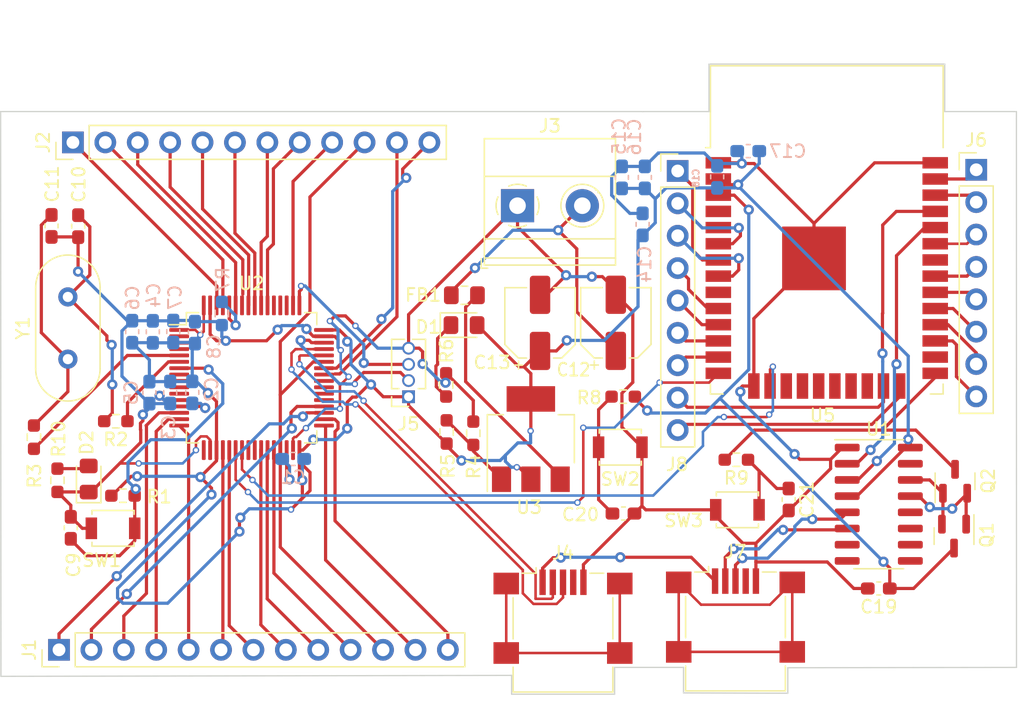
<source format=kicad_pcb>
(kicad_pcb (version 20211014) (generator pcbnew)
  (layers (0 "F.Cu" signal) (31 "B.Cu" signal) (34 "B.Paste" user) (35 "F.Paste" user) (36 "B.SilkS" user "B.Silkscreen") (37 "F.SilkS" user "F.Silkscreen") (38 "B.Mask" user) (39 "F.Mask" user) (44 "Edge.Cuts" user))
  (net 0 "")
  (net 1 "GND")
  (net 2 "Net-(C12-Pad1)")
  (net 3 "BOOT0")
  (net 4 "Net-(D2-Pad2)")
  (net 5 "+3.3V")
  (net 6 "NRST")
  (net 7 "OSC_OUT")
  (net 8 "Net-(C10-Pad1)")
  (net 9 "OSC_IN")
  (net 10 "Net-(C11-Pad1)")
  (net 11 "Net-(R4-Pad1)")
  (net 12 "Net-(D1-Pad1)")
  (net 13 "PA1{slash}SD_DATA")
  (net 14 "PA6{slash}MISO")
  (net 15 "PA7{slash}MOSI")
  (net 16 "PA4{slash}CS")
  (net 17 "PA5{slash}SCK")
  (net 18 "PA3")
  (net 19 "Net-(C20-Pad1)")
  (net 27 "VREF+")
  (net 28 "PA0")
  (net 29 "PA1")
  (net 30 "PA2")
  (net 31 "EN")
  (net 32 "PA4")
  (net 33 "PA5")
  (net 36 "PB0")
  (net 37 "PB1")
  (net 38 "PB2")
  (net 39 "PA10")
  (net 40 "VCAP1")
  (net 41 "PB12")
  (net 42 "PB13")
  (net 43 "PB14")
  (net 44 "PB15")
  (net 49 "PA8")
  (net 50 "PA9")
  (net 51 "/USB_DM")
  (net 52 "/USB_DP")
  (net 53 "PA13{slash}SWDIO")
  (net 54 "PA14{slash}SWCLOCK")
  (net 55 "PA15")
  (net 59 "PD2")
  (net 60 "PB3")
  (net 61 "PB4")
  (net 62 "PB5")
  (net 63 "PB6")
  (net 64 "PB7")
  (net 65 "PB8")
  (net 66 "PB9")
  (net 67 "+5V")
  (net 69 "unconnected-(J4-Pad6)")
  (net 70 "Net-(FB1-Pad2)")
  (net 73 "ESP32_EN")
  (net 74 "Net-(C21-Pad1)")
  (net 75 "ESP32_IO0{slash}BOOT")
  (net 76 "IO34")
  (net 77 "IO35")
  (net 78 "IO32")
  (net 79 "IO25")
  (net 83 "IO26")
  (net 84 "IO27")
  (net 85 "IO14")
  (net 86 "IO15")
  (net 87 "IO2")
  (net 88 "IO3")
  (net 89 "IO16")
  (net 90 "IO17")
  (net 91 "IO5")
  (net 93 "IO18")
  (net 94 "IO19")
  (net 95 "IO21")
  (net 96 "RX")
  (net 97 "TX")
  (net 98 "IO22")
  (net 99 "IO23")
  (net 100 "Net-(Q1-Pad1)")
  (net 101 "Net-(Q1-Pad2)")
  (net 102 "Net-(J7-Pad3)")
  (net 103 "Net-(J7-Pad2)")
  (net 112 "unconnected-(J7-Pad6)")
  (footprint "Capacitor_SMD:C_0603_1608Metric_Pad1.08x0.95mm_HandSolder" (layer "F.Cu") (at 69.58 61.49 -90)
    (fp_text reference "C10")
    (fp_text value "20pF")
  )
  (footprint "Resistor_SMD:R_0603_1608Metric_Pad0.98x0.95mm_HandSolder" (layer "F.Cu") (at 98.45875 77.63125 90)
    (fp_text reference "R5")
    (fp_text value "120K")
  )
  (footprint "Resistor_SMD:R_0603_1608Metric_Pad0.98x0.95mm_HandSolder" (layer "F.Cu") (at 121.17 79.81 180)
    (fp_text reference "R9")
    (fp_text value "10K")
  )
  (footprint "Package_SO:SOIC-16_3.9x9.9mm_P1.27mm" (layer "F.Cu") (at 132.33 83.3)
    (fp_text reference "U1")
    (fp_text value "CH340C")
  )
  (footprint "Resistor_SMD:R_0603_1608Metric_Pad0.98x0.95mm_HandSolder" (layer "F.Cu") (at 112.3 74.86)
    (fp_text reference "R8")
    (fp_text value "10K")
  )
  (footprint "Capacitor_SMD:C_0603_1608Metric_Pad1.08x0.95mm_HandSolder" (layer "F.Cu") (at 67.49 61.47 -90)
    (fp_text reference "C11")
    (fp_text value "20pF")
  )
  (footprint "LED_SMD:LED_0805_2012Metric_Pad1.15x1.40mm_HandSolder" (layer "F.Cu") (at 70.40125 81.3225 90)
    (fp_text reference "D2")
    (fp_text value "LED")
  )
  (footprint "RF_Module:ESP32-WROOM-32" (layer "F.Cu") (at 128.255 64.775)
    (fp_text reference "U5")
    (fp_text value "ESP32-WROOM-32D")
  )
  (footprint "Capacitor_SMD:CP_Elec_5x3" (layer "F.Cu") (at 105.78 69.075 90)
    (fp_text reference "C13")
    (fp_text value "10uF")
  )
  (footprint "Package_TO_SOT_SMD:SOT-23" (layer "F.Cu") (at 138.23 85.8 -90)
    (fp_text reference "Q1")
    (fp_text value "BSS138")
  )
  (footprint "Inductor_SMD:L_0805_2012Metric_Pad1.15x1.40mm_HandSolder" (layer "F.Cu") (at 99.85 66.91)
    (fp_text reference "FB1")
    (fp_text value "120R")
  )
  (footprint "Resistor_SMD:R_0603_1608Metric_Pad0.98x0.95mm_HandSolder" (layer "F.Cu") (at 73.09 82.63)
    (fp_text reference "R1")
    (fp_text value "40K")
  )
  (footprint "Capacitor_SMD:C_0603_1608Metric_Pad1.08x0.95mm_HandSolder" (layer "F.Cu") (at 112.32 84.03)
    (fp_text reference "C20")
    (fp_text value "1uF")
  )
  (footprint "Capacitor_SMD:C_0603_1608Metric_Pad1.08x0.95mm_HandSolder" (layer "F.Cu") (at 125.27 82.93 -90)
    (fp_text reference "C21")
    (fp_text value "1uF")
  )
  (footprint "Connector_USB:USB_Mini-B_Lumberg_2486_01_Horizontal" (layer "F.Cu") (at 107.58 92.12)
    (fp_text reference "J4")
    (fp_text value "USB_B_Micro")
  )
  (footprint "Connector_PinSocket_1.27mm:PinSocket_1x04_P1.27mm_Vertical" (layer "F.Cu") (at 95.475 74.87 180)
    (fp_text reference "J5")
    (fp_text value "DEBUG")
  )
  (footprint "Crystal:Crystal_HC49-4H_Vertical" (layer "F.Cu") (at 68.77 71.92 90)
    (fp_text reference "Y1")
    (fp_text value "8MHz")
  )
  (footprint "Capacitor_SMD:C_0603_1608Metric_Pad1.08x0.95mm_HandSolder" (layer "F.Cu") (at 69 85.15 -90)
    (fp_text reference "C9")
    (fp_text value "0.1uF")
  )
  (footprint "LED_SMD:LED_0805_2012Metric_Pad1.15x1.40mm_HandSolder" (layer "F.Cu") (at 99.8225 69.25)
    (fp_text reference "D1")
    (fp_text value "LED")
  )
  (footprint "TerminalBlock_Phoenix:TerminalBlock_Phoenix_MKDS-1,5-2-5.08_1x02_P5.08mm_Horizontal" (layer "F.Cu") (at 104.015 59.885)
    (fp_text reference "J3")
    (fp_text value "giriş terminali")
  )
  (footprint "Connector_PinHeader_2.54mm:PinHeader_1x09_P2.54mm_Vertical" (layer "F.Cu") (at 116.57 57.16)
    (fp_text reference "J8")
    (fp_text value "Pin_out_4")
  )
  (footprint "Button_Switch_SMD:SW_SPST_B3U-1000P-B" (layer "F.Cu") (at 121.25 83.74)
    (fp_text reference "SW3")
    (fp_text value "ESP32_SW_BOOT")
  )
  (footprint "Button_Switch_SMD:SW_SPST_B3U-1000P-B" (layer "F.Cu") (at 72.31 85.19)
    (fp_text reference "SW1")
    (fp_text value "NRST_BUTTON")
  )
  (footprint "Resistor_SMD:R_0603_1608Metric_Pad0.98x0.95mm_HandSolder" (layer "F.Cu") (at 98.41875 73.94125 90)
    (fp_text reference "R6")
    (fp_text value "220K")
  )
  (footprint "Package_TO_SOT_SMD:SOT-223-3_TabPin2" (layer "F.Cu") (at 105.06 78.19 90)
    (fp_text reference "U3")
    (fp_text value "LD1117S50TR_SOT223")
  )
  (footprint "Resistor_SMD:R_0603_1608Metric_Pad0.98x0.95mm_HandSolder" (layer "F.Cu") (at 67.95125 81.4225 -90)
    (fp_text reference "R10")
    (fp_text value "220K")
  )
  (footprint "Connector_PinHeader_2.54mm:PinHeader_1x13_P2.54mm_Vertical" (layer "F.Cu") (at 68.075 94.72 90)
    (fp_text reference "J1")
    (fp_text value "Pin_out_2")
  )
  (footprint "Capacitor_SMD:CP_Elec_5x3" (layer "F.Cu") (at 111.72 69.07 90)
    (fp_text reference "C12")
    (fp_text value "10uF")
  )
  (footprint "Package_QFP:LQFP-64_10x10mm_P0.5mm" (layer "F.Cu") (at 83.17 73.38)
    (fp_text reference "U2")
    (fp_text value "STM32F401RETx")
  )
  (footprint "Capacitor_SMD:C_0603_1608Metric_Pad1.08x0.95mm_HandSolder" (layer "F.Cu") (at 132.33 89.91 180)
    (fp_text reference "C19")
    (fp_text value "1uF")
  )
  (footprint "Package_TO_SOT_SMD:SOT-23" (layer "F.Cu") (at 138.31 81.5 90)
    (fp_text reference "Q2")
    (fp_text value "BSS138")
  )
  (footprint "Resistor_SMD:R_0603_1608Metric_Pad0.98x0.95mm_HandSolder" (layer "F.Cu") (at 72.53 76.79 180)
    (fp_text reference "R2")
    (fp_text value "10K")
  )
  (footprint "Connector_USB:USB_Mini-B_Lumberg_2486_01_Horizontal" (layer "F.Cu") (at 121.1 92.03)
    (fp_text reference "J7")
    (fp_text value "USB_B_Micro")
  )
  (footprint "Resistor_SMD:R_0603_1608Metric_Pad0.98x0.95mm_HandSolder" (layer "F.Cu") (at 66.11 78.04 90)
    (fp_text reference "R3")
    (fp_text value "10K")
  )
  (footprint "Button_Switch_SMD:SW_SPST_B3U-1000P-B" (layer "F.Cu") (at 112.07 78.83 180)
    (fp_text reference "SW2")
    (fp_text value "ESP32_SW_EN")
  )
  (footprint "Connector_PinHeader_2.54mm:PinHeader_1x08_P2.54mm_Vertical" (layer "F.Cu") (at 139.97 57.065)
    (fp_text reference "J6")
    (fp_text value "Pin_out_3")
  )
  (footprint "Resistor_SMD:R_0603_1608Metric_Pad0.98x0.95mm_HandSolder" (layer "F.Cu") (at 100.54875 77.73125 90)
    (fp_text reference "R4")
    (fp_text value "120K")
  )
  (footprint "Connector_PinHeader_2.54mm:PinHeader_1x12_P2.54mm_Vertical" (layer "F.Cu") (at 69.165 54.92 90)
    (fp_text reference "J2")
    (fp_text value "Pin_out_1")
  )
  (footprint "Capacitor_SMD:C_0603_1608Metric_Pad1.08x0.95mm_HandSolder" (layer "B.Cu") (at 75.16 74.5475 -90)
    (fp_text reference "C5")
    (fp_text value "100uF")
  )
  (footprint "Capacitor_SMD:C_0603_1608Metric_Pad1.08x0.95mm_HandSolder" (layer "B.Cu") (at 112.195 57.665 90)
    (fp_text reference "C16")
    (fp_text value "0.1uF")
  )
  (footprint "Capacitor_SMD:C_0603_1608Metric_Pad1.08x0.95mm_HandSolder" (layer "B.Cu") (at 78.73 69.84 90)
    (fp_text reference "C8")
    (fp_text value "100uF")
  )
  (footprint "Capacitor_SMD:C_0603_1608Metric_Pad1.08x0.95mm_HandSolder" (layer "B.Cu") (at 113.995 57.665 -90)
    (fp_text reference "C15")
    (fp_text value "100uF")
  )
  (footprint "Capacitor_SMD:C_0603_1608Metric_Pad1.08x0.95mm_HandSolder" (layer "B.Cu") (at 73.81 69.7675 90)
    (fp_text reference "C6")
    (fp_text value "100uF")
  )
  (footprint "Capacitor_SMD:C_0603_1608Metric_Pad1.08x0.95mm_HandSolder" (layer "B.Cu") (at 122.1 55.6)
    (fp_text reference "C17")
    (fp_text value "1uF")
  )
  (footprint "Capacitor_SMD:C_0603_1608Metric_Pad1.08x0.95mm_HandSolder" (layer "B.Cu") (at 119.665 57.625 -90)
    (fp_text reference "C18")
    (fp_text value "1uF")
  )
  (footprint "Resistor_SMD:R_0603_1608Metric_Pad0.98x0.95mm_HandSolder" (layer "B.Cu") (at 80.84 68.34 -90)
    (fp_text reference "R7")
    (fp_text value "100K")
  )
  (footprint "Capacitor_SMD:C_0603_1608Metric_Pad1.08x0.95mm_HandSolder" (layer "B.Cu") (at 76.79 74.5375 -90)
    (fp_text reference "C3")
    (fp_text value "100uF")
  )
  (footprint "Capacitor_SMD:C_0603_1608Metric_Pad1.08x0.95mm_HandSolder" (layer "B.Cu") (at 86.43 79.75)
    (fp_text reference "C1")
    (fp_text value "4.7uF")
  )
  (footprint "Capacitor_SMD:C_0603_1608Metric_Pad1.08x0.95mm_HandSolder" (layer "B.Cu") (at 75.43 69.7775 90)
    (fp_text reference "C4")
    (fp_text value "100uF")
  )
  (footprint "Capacitor_SMD:C_0603_1608Metric_Pad1.08x0.95mm_HandSolder" (layer "B.Cu") (at 77.03 69.7575 90)
    (fp_text reference "C7")
    (fp_text value "100uF")
  )
  (footprint "Capacitor_SMD:C_0603_1608Metric_Pad1.08x0.95mm_HandSolder" (layer "B.Cu") (at 78.52 74.5275 90)
    (fp_text reference "C2")
    (fp_text value "100uF")
  )
  (footprint "Capacitor_SMD:C_0603_1608Metric_Pad1.08x0.95mm_HandSolder" (layer "B.Cu") (at 113.82 61.35 90)
    (fp_text reference "C14")
    (fp_text value "22uF")
  )
  (gr_line (start 143.12 52.5) (end 137.5 52.5) (layer "Edge.Cuts") (width 0.1))
  (gr_line (start 143.12 53.065) (end 143.12 52.5) (layer "Edge.Cuts") (width 0.1))
  (gr_line (start 143.12 53.065) (end 143.125 96.1) (layer "Edge.Cuts") (width 0.1))
  (gr_line (start 125.2 98.125) (end 125.2 96.125) (layer "Edge.Cuts") (width 0.1))
  (gr_line (start 63.525 96.8) (end 63.5 52.5) (layer "Edge.Cuts") (width 0.1))
  (gr_line (start 125.2 96.125) (end 143.125 96.1) (layer "Edge.Cuts") (width 0.1))
  (gr_line (start 111.625 98.2) (end 111.625 96.1) (layer "Edge.Cuts") (width 0.1))
  (gr_line (start 119.025 52.5) (end 119.025 48.775) (layer "Edge.Cuts") (width 0.1))
  (gr_line (start 103.55 96.725) (end 103.55 98.2) (layer "Edge.Cuts") (width 0.1))
  (gr_line (start 117.025 96.1) (end 117.025 98.1) (layer "Edge.Cuts") (width 0.1))
  (gr_line (start 137.5 48.775) (end 137.5 52.5) (layer "Edge.Cuts") (width 0.1))
  (gr_line (start 117.025 98.1) (end 125.2 98.125) (layer "Edge.Cuts") (width 0.1))
  (gr_line (start 113.825 52.5) (end 63.5 52.5) (layer "Edge.Cuts") (width 0.1))
  (gr_line (start 113.825 52.5) (end 119.025 52.5) (layer "Edge.Cuts") (width 0.1))
  (gr_line (start 103.55 96.725) (end 63.525 96.8) (layer "Edge.Cuts") (width 0.1))
  (gr_line (start 103.55 98.2) (end 111.625 98.2) (layer "Edge.Cuts") (width 0.1))
  (gr_line (start 119.025 48.775) (end 137.5 48.775) (layer "Edge.Cuts") (width 0.1))
  (gr_line (start 111.625 96.1) (end 117.025 96.1) (layer "Edge.Cuts") (width 0.1))
  (segment (start 113.1825 84.03) (end 109.18 88.0325) (width 0.25) (layer "F.Cu") (net 1))
  (segment (start 87.470522 69.549426) (end 87.745 69.823904) (width 0.25) (layer "F.Cu") (net 1))
  (segment (start 110.665 65.45) (end 109.84 65.45) (width 0.25) (layer "F.Cu") (net 1))
  (segment (start 112.2 74.589505) (end 113.049505 73.74) (width 0.25) (layer "F.Cu") (net 1))
  (segment (start 121.54 56.52) (end 121.595 56.575) (width 0.25) (layer "F.Cu") (net 1))
  (segment (start 119.55 83.74) (end 114.0675 83.74) (width 0.25) (layer "F.Cu") (net 1))
  (segment (start 129.478249 78.855) (end 129.855 78.855) (width 0.25) (layer "F.Cu") (net 1))
  (segment (start 84.34 70.48) (end 81.15 70.48) (width 0.25) (layer "F.Cu") (net 1))
  (segment (start 122.54 68.735) (end 127.255 64.02) (width 0.25) (layer "F.Cu") (net 1))
  (segment (start 70.40125 82.3475) (end 70.5825 82.3475) (width 0.25) (layer "F.Cu") (net 1))
  (segment (start 86.53364 78.02636) (end 86.66364 78.02636) (width 0.2) (layer "F.Cu") (net 1))
  (segment (start 122.54 74.03) (end 122.54 68.735) (width 0.25) (layer "F.Cu") (net 1))
  (segment (start 111.72 66.87) (end 111.72 66.505) (width 0.25) (layer "F.Cu") (net 1))
  (segment (start 107.82 65.34) (end 106.285 66.875) (width 0.25) (layer "F.Cu") (net 1))
  (segment (start 119.55 83.74) (end 119.55 84.232033) (width 0.25) (layer "F.Cu") (net 1))
  (segment (start 69.57 62.3625) (end 69.58 62.3525) (width 0.25) (layer "F.Cu") (net 1))
  (segment (start 74.46 76.943604) (end 74.46 77.45) (width 0.25) (layer "F.Cu") (net 1))
  (segment (start 86.66364 78.02636) (end 87.36 77.33) (width 0.2) (layer "F.Cu") (net 1))
  (segment (start 69.9025 85.19) (end 69 84.2875) (width 0.25) (layer "F.Cu") (net 1))
  (segment (start 75.96 74.79) (end 76.3 75.13) (width 0.25) (layer "F.Cu") (net 1))
  (segment (start 67.95125 82.335) (end 70.38875 82.335) (width 0.25) (layer "F.Cu") (net 1))
  (segment (start 69.56 62.3325) (end 69.58 62.3525) (width 0.25) (layer "F.Cu") (net 1))
  (segment (start 112.2 77.26) (end 112.2 74.589505) (width 0.25) (layer "F.Cu") (net 1))
  (segment (start 89.71 68.53) (end 90.532468 68.53) (width 0.25) (layer "F.Cu") (net 1))
  (segment (start 98.41875 73.02875) (end 100.54875 75.15875) (width 0.25) (layer "F.Cu") (net 1))
  (segment (start 121.56 74.12) (end 121.48 74.2) (width 0.25) (layer "F.Cu") (net 1))
  (segment (start 95.475 71.06) (end 96.3 71.06) (width 0.25) (layer "F.Cu") (net 1))
  (segment (start 69 84.2875) (end 69 83.38375) (width 0.25) (layer "F.Cu") (net 1))
  (segment (start 79.92 78.24967) (end 79.65033 77.98) (width 0.2) (layer "F.Cu") (net 1))
  (segment (start 96.573713 71.333713) (end 96.573713 72.288343) (width 0.25) (layer "F.Cu") (net 1))
  (segment (start 90.095 73.978588) (end 90.774321 73.299267) (width 0.2) (layer "F.Cu") (net 1))
  (segment (start 69 83.38375) (end 67.95125 82.335) (width 0.25) (layer "F.Cu") (net 1))
  (segment (start 107.82 65.34) (end 104.015 61.535) (width 0.25) (layer "F.Cu") (net 1))
  (segment (start 76.3 75.13) (end 77.495 75.13) (width 0.25) (layer "F.Cu") (net 1))
  (segment (start 70.61 85.19) (end 69.9025 85.19) (width 0.25) (layer "F.Cu") (net 1))
  (segment (start 111.72 66.505) (end 110.665 65.45) (width 0.25) (layer "F.Cu") (net 1))
  (segment (start 98.41875 73.02875) (end 98.41875 73.7225) (width 0.25) (layer "F.Cu") (net 1))
  (segment (start 114.0675 83.74) (end 113.77 83.4425) (width 0.25) (layer "F.Cu") (net 1))
  (segment (start 122.54 74.03) (end 121.65 74.03) (width 0.25) (layer "F.Cu") (net 1))
  (segment (start 125.27 83.7925) (end 128.555 80.5075) (width 0.25) (layer "F.Cu") (net 1))
  (segment (start 87.745 69.870685) (end 88.004315 70.13) (width 0.25) (layer "F.Cu") (net 1))
  (segment (start 128.555 79.778249) (end 126.138249 79.778249) (width 0.25) (layer "F.Cu") (net 1))
  (segment (start 113.77 83.4425) (end 113.1825 84.03) (width 0.25) (layer "F.Cu") (net 1))
  (segment (start 74.65 76.753604) (end 74.65 76.27) (width 0.25) (layer "F.Cu") (net 1))
  (segment (start 131.4675 89.91) (end 130.373249 89.91) (width 0.25) (layer "F.Cu") (net 1))
  (segment (start 113.77 78.83) (end 113.77 83.4425) (width 0.25) (layer "F.Cu") (net 1))
  (segment (start 88.004315 70.13) (end 88.845 70.13) (width 0.25) (layer "F.Cu") (net 1))
  (segment (start 126.138249 79.778249) (end 125.73 79.37) (width 0.25) (layer "F.Cu") (net 1))
  (segment (start 125.27 83.7925) (end 122.7 86.3625) (width 0.25) (layer "F.Cu") (net 1))
  (segment (start 113.049505 68.199505) (end 111.72 66.87) (width 0.25) (layer "F.Cu") (net 1))
  (segment (start 122.7 87.83) (end 122.7 89.33) (width 0.25) (layer "F.Cu") (net 1))
  (segment (start 87.745 69.823904) (end 87.745 69.870685) (width 0.25) (layer "F.Cu") (net 1))
  (segment (start 79.92 79.055) (end 79.92 78.24967) (width 0.2) (layer "F.Cu") (net 1))
  (segment (start 74.48 78.45) (end 74.48 77.47) (width 0.25) (layer "F.Cu") (net 1))
  (segment (start 128.293249 87.83) (end 122.7 87.83) (width 0.25) (layer "F.Cu") (net 1))
  (segment (start 127.255 61.27) (end 132.005 56.52) (width 0.25) (layer "F.Cu") (net 1))
  (segment (start 67.49 62.3325) (end 69.56 62.3325) (width 0.25) (layer "F.Cu") (net 1))
  (segment (start 74.32 80.1) (end 72.9 80.1) (width 0.2) (layer "F.Cu") (net 1))
  (segment (start 121.65 74.03) (end 121.56 74.12) (width 0.25) (layer "F.Cu") (net 1))
  (segment (start 72.865 80.065) (end 74.48 78.45) (width 0.25) (layer "F.Cu") (net 1))
  (segment (start 89.308767 68.931233) (end 89.71 68.53) (width 0.25) (layer "F.Cu") (net 1))
  (segment (start 128.555 80.5075) (end 128.555 79.778249) (width 0.25) (layer "F.Cu") (net 1))
  (segment (start 80.43 70.48) (end 81.15 70.48) (width 0.25) (layer "F.Cu") (net 1))
  (segment (start 74.46 77.45) (end 74.48 77.47) (width 0.25) (layer "F.Cu") (net 1))
  (segment (start 89.945 70.389315) (end 89.945 71.004718) (width 0.25) (layer "F.Cu") (net 1))
  (segment (start 95.475 68.425) (end 104.015 59.885) (width 0.25) (layer "F.Cu") (net 1))
  (segment (start 96.3 71.06) (end 96.573713 71.333713) (width 0.25) (layer "F.Cu") (net 1))
  (segment (start 104.015 61.535) (end 104.015 59.885) (width 0.25) (layer "F.Cu") (net 1))
  (segment (start 121.595 56.575) (end 122.56 56.575) (width 0.25) (layer "F.Cu") (net 1))
  (segment (start 109.18 88.0325) (end 109.18 89.42) (width 0.25) (layer "F.Cu") (net 1))
  (segment (start 78.8095 78.36017) (end 78.8095 79.06) (width 0.2) (layer "F.Cu") (net 1))
  (segment (start 95.475 71.06) (end 95.475 68.425) (width 0.25) (layer "F.Cu") (net 1))
  (segment (start 89.685685 70.13) (end 89.945 70.389315) (width 0.25) (layer "F.Cu") (net 1))
  (segment (start 90.095 75.81) (end 90.095 73.978588) (width 0.2) (layer "F.Cu") (net 1))
  (segment (start 79.18967 77.98) (end 78.8095 78.36017) (width 0.2) (layer "F.Cu") (net 1))
  (segment (start 90.532468 68.53) (end 91.311234 69.308766) (width 0.25) (layer "F.Cu") (net 1))
  (segment (start 98.41875 73.7225) (end 98.3745 73.76675) (width 0.25) (layer "F.Cu") (net 1))
  (segment (start 122.7 86.3625) (end 122.7 87.83) (width 0.25) (layer "F.Cu") (net 1))
  (segment (start 72.9 80.1) (end 72.865 80.065) (width 0.2) (layer "F.Cu") (net 1))
  (segment (start 122.56 56.575) (end 127.255 61.27) (width 0.25) (layer "F.Cu") (net 1))
  (segment (start 106.285 66.875) (end 105.78 66.875) (width 0.25) (layer "F.Cu") (net 1))
  (segment (start 86.42 79.055) (end 86.42 78.14) (width 0.2) (layer "F.Cu") (net 1))
  (segment (start 70.5825 82.3475) (end 72.865 80.065) (width 0.25) (layer "F.Cu") (net 1))
  (segment (start 130.373249 89.91) (end 128.293249 87.83) (width 0.25) (layer "F.Cu") (net 1))
  (segment (start 121.680467 86.3625) (end 122.7 86.3625) (width 0.25) (layer "F.Cu") (net 1))
  (segment (start 113.049505 73.74) (end 113.049505 68.199505) (width 0.25) (layer "F.Cu") (net 1))
  (segment (start 79.65033 77.98) (end 79.18967 77.98) (width 0.2) (layer "F.Cu") (net 1))
  (segment (start 127.255 64.02) (end 127.255 61.27) (width 0.25) (layer "F.Cu") (net 1))
  (segment (start 100.54875 75.15875) (end 100.54875 76.81875) (width 0.25) (layer "F.Cu") (net 1))
  (segment (start 121.48 74.2) (end 121.48 74.47) (width 0.25) (layer "F.Cu") (net 1))
  (segment (start 132.005 56.52) (end 136.755 56.52) (width 0.25) (layer "F.Cu") (net 1))
  (segment (start 119.55 84.232033) (end 121.680467 86.3625) (width 0.25) (layer "F.Cu") (net 1))
  (segment (start 79.92 67.705) (end 79.92 69.97) (width 0.25) (layer "F.Cu") (net 1))
  (segment (start 88.150804 70.13) (end 88.125804 70.105) (width 0.25) (layer "F.Cu") (net 1))
  (segment (start 87.36 77.33) (end 87.43 77.33) (width 0.2) (layer "F.Cu") (net 1))
  (segment (start 88.845 70.13) (end 89.685685 70.13) (width 0.25) (layer "F.Cu") (net 1))
  (segment (start 128.555 79.778249) (end 129.478249 78.855) (width 0.25) (layer "F.Cu") (net 1))
  (segment (start 119.755 56.52) (end 121.54 56.52) (width 0.25) (layer "F.Cu") (net 1))
  (segment (start 85.21 69.61) (end 84.34 70.48) (width 0.25) (layer "F.Cu") (net 1))
  (segment (start 79.92 69.97) (end 80.43 70.48) (width 0.25) (layer "F.Cu") (net 1))
  (segment (start 69.57 65.05) (end 69.57 62.3625) (width 0.25) (layer "F.Cu") (net 1))
  (segment (start 70.38875 82.335) (end 70.40125 82.3475) (width 0.25) (layer "F.Cu") (net 1))
  (segment (start 113.77 78.83) (end 112.2 77.26) (width 0.25) (layer "F.Cu") (net 1))
  (segment (start 74.65 76.753604) (end 74.46 76.943604) (width 0.25) (layer "F.Cu") (net 1))
  (segment (start 86.42 78.14) (end 86.53364 78.02636) (width 0.2) (layer "F.Cu") (net 1))
  (segment (start 89.945 71.004718) (end 90.15863 71.218348) (width 0.25) (layer "F.Cu") (net 1))
  (via (at 87.470522 69.549426) (size 0.8) (drill 0.4) (layers "F.Cu" "B.Cu") (net 1))
  (via (at 90.15863 71.218348) (size 0.5) (drill 0.3) (layers "F.Cu" "B.Cu") (net 1))
  (via (at 109.84 65.45) (size 0.8) (drill 0.4) (layers "F.Cu" "B.Cu") (net 1))
  (via (at 121.48 74.47) (size 0.8) (drill 0.4) (layers "F.Cu" "B.Cu") (net 1))
  (via (at 75.96 74.79) (size 0.8) (drill 0.4) (layers "F.Cu" "B.Cu") (net 1))
  (via (at 96.573713 72.288343) (size 0.8) (drill 0.4) (layers "F.Cu" "B.Cu") (net 1))
  (via (at 125.73 79.37) (size 0.8) (drill 0.4) (layers "F.Cu" "B.Cu") (net 1))
  (via (at 69.57 65.05) (size 0.8) (drill 0.4) (layers "F.Cu" "B.Cu") (net 1))
  (via (at 78.8095 79.06) (size 0.5) (drill 0.3) (layers "F.Cu" "B.Cu") (net 1))
  (via (at 91.311234 69.308766) (size 0.5) (drill 0.3) (layers "F.Cu" "B.Cu") (net 1))
  (via (at 87.43 77.33) (size 0.5) (drill 0.3) (layers "F.Cu" "B.Cu") (net 1))
  (via (at 98.3745 73.76675) (size 0.8) (drill 0.4) (layers "F.Cu" "B.Cu") (net 1))
  (via (at 121.595 56.575) (size 0.8) (drill 0.4) (layers "F.Cu" "B.Cu") (net 1))
  (via (at 89.308767 68.931233) (size 0.5) (drill 0.3) (layers "F.Cu" "B.Cu") (net 1))
  (via (at 107.82 65.34) (size 0.8) (drill 0.4) (layers "F.Cu" "B.Cu") (net 1))
  (via (at 90.774321 73.299267) (size 0.5) (drill 0.3) (layers "F.Cu" "B.Cu") (net 1))
  (via (at 90.095 75.81) (size 0.5) (drill 0.3) (layers "F.Cu" "B.Cu") (net 1))
  (via (at 74.65 76.27) (size 0.8) (drill 0.4) (layers "F.Cu" "B.Cu") (net 1))
  (via (at 81.15 70.48) (size 0.8) (drill 0.4) (layers "F.Cu" "B.Cu") (net 1))
  (via (at 85.21 69.61) (size 0.8) (drill 0.4) (layers "F.Cu" "B.Cu") (net 1))
  (via (at 74.32 80.1) (size 0.5) (drill 0.3) (layers "F.Cu" "B.Cu") (net 1))
  (segment (start 113.995 56.8025) (end 115.0475 55.75) (width 0.25) (layer "B.Cu") (net 1))
  (segment (start 75.42 68.905) (end 75.43 68.915) (width 0.25) (layer "B.Cu") (net 1))
  (segment (start 121.595 55.9575) (end 121.2375 55.6) (width 0.25) (layer "B.Cu") (net 1))
  (segment (start 78.73 68.9775) (end 80.565 68.9775) (width 0.25) (layer "B.Cu") (net 1))
  (segment (start 77.04 68.885) (end 77.03 68.895) (width 0.25) (layer "B.Cu") (net 1))
  (segment (start 115.0475 55.75) (end 118.6525 55.75) (width 0.25) (layer "B.Cu") (net 1))
  (segment (start 93.062468 71.06) (end 91.311234 69.308766) (width 0.25) (layer "B.Cu") (net 1))
  (segment (start 75.43 68.915) (end 77.01 68.915) (width 0.25) (layer "B.Cu") (net 1))
  (segment (start 121.595 56.575) (end 121.595 55.9575) (width 0.25) (layer "B.Cu") (net 1))
  (segment (start 89.945 71.004718) (end 89.945 69.567466) (width 0.25) (layer "B.Cu") (net 1))
  (segment (start 90.095 75.81) (end 88.95 75.81) (width 0.2) (layer "B.Cu") (net 1))
  (segment (start 73.425 68.905) (end 69.57 65.05) (width 0.25) (layer "B.Cu") (net 1))
  (segment (start 119.8525 56.575) (end 119.665 56.7625) (width 0.25) (layer "B.Cu") (net 1))
  (segment (start 80.565 68.9775) (end 80.84 69.2525) (width 0.25) (layer "B.Cu") (net 1))
  (segment (start 98.05212 73.76675) (end 96.573713 72.288343) (width 0.25) (layer "B.Cu") (net 1))
  (segment (start 73.01 69.705) (end 73.81 68.905) (width 0.25) (layer "B.Cu") (net 1))
  (segment (start 90.15863 71.218348) (end 89.945 71.004718) (width 0.25) (layer "B.Cu") (net 1))
  (segment (start 118.6525 55.75) (end 119.665 56.7625) (width 0.25) (layer "B.Cu") (net 1))
  (segment (start 125.73 79.37) (end 121.48 75.12) (width 0.25) (layer "B.Cu") (net 1))
  (segment (start 77.01 68.915) (end 77.03 68.895) (width 0.25) (layer "B.Cu") (net 1))
  (segment (start 87.211096 69.29) (end 85.53 69.29) (width 0.25) (layer "B.Cu") (net 1))
  (segment (start 77.7695 80.1) (end 74.32 80.1) (width 0.2) (layer "B.Cu") (net 1))
  (segment (start 75.16 75.41) (end 76.78 75.41) (width 0.25) (layer "B.Cu") (net 1))
  (segment (start 80.84 69.2525) (end 80.84 70.17) (width 0.25) (layer "B.Cu") (net 1))
  (segment (start 88.95 75.81) (end 87.43 77.33) (width 0.2) (layer "B.Cu") (net 1))
  (segment (start 113.82 60.4875) (end 112.822005 60.4875) (width 0.25) (layer "B.Cu") (net 1))
  (segment (start 87.470522 69.549426) (end 87.211096 69.29) (width 0.25) (layer "B.Cu") (net 1))
  (segment (start 121.48 75.12) (end 121.48 74.47) (width 0.25) (layer "B.Cu") (net 1))
  (segment (start 73.81 68.905) (end 73.425 68.905) (width 0.25) (layer "B.Cu") (net 1))
  (segment (start 85.53 69.29) (end 85.21 69.61) (width 0.25) (layer "B.Cu") (net 1))
  (segment (start 121.595 56.575) (end 119.8525 56.575) (width 0.25) (layer "B.Cu") (net 1))
  (segment (start 78.64 68.885) (end 77.04 68.885) (width 0.25) (layer "B.Cu") (net 1))
  (segment (start 76.78 75.41) (end 76.79 75.4) (width 0.25) (layer "B.Cu") (net 1))
  (segment (start 98.3745 73.76675) (end 98.05212 73.76675) (width 0.25) (layer "B.Cu") (net 1))
  (segment (start 73.81 68.905) (end 75.42 68.905) (width 0.25) (layer "B.Cu") (net 1))
  (segment (start 112.822005 60.4875) (end 111.395 59.060495) (width 0.25) (layer "B.Cu") (net 1))
  (segment (start 111.395 59.060495) (end 111.395 57.6025) (width 0.25) (layer "B.Cu") (net 1))
  (segment (start 75.16 75.76) (end 74.65 76.27) (width 0.25) (layer "B.Cu") (net 1))
  (segment (start 90.774321 73.299267) (end 90.15863 72.683576) (width 0.2) (layer "B.Cu") (net 1))
  (segment (start 111.395 57.6025) (end 112.195 56.8025) (width 0.25) (layer "B.Cu") (net 1))
  (segment (start 78.8095 79.06) (end 77.7695 80.1) (width 0.2) (layer "B.Cu") (net 1))
  (segment (start 90.15863 72.683576) (end 90.15863 71.218348) (width 0.2) (layer "B.Cu") (net 1))
  (segment (start 76.79 75.4) (end 76.57 75.4) (width 0.25) (layer "B.Cu") (net 1))
  (segment (start 75.16 75.41) (end 73.01 73.26) (width 0.25) (layer "B.Cu") (net 1))
  (segment (start 73.01 73.26) (end 73.01 69.705) (width 0.25) (layer "B.Cu") (net 1))
  (segment (start 75.16 75.41) (end 75.16 75.76) (width 0.25) (layer "B.Cu") (net 1))
  (segment (start 95.475 71.06) (end 93.062468 71.06) (width 0.25) (layer "B.Cu") (net 1))
  (segment (start 80.84 70.17) (end 81.15 70.48) (width 0.25) (layer "B.Cu") (net 1))
  (segment (start 89.945 69.567466) (end 89.308767 68.931233) (width 0.25) (layer "B.Cu") (net 1))
  (segment (start 76.57 75.4) (end 75.96 74.79) (width 0.25) (layer "B.Cu") (net 1))
  (segment (start 109.84 65.45) (end 107.93 65.45) (width 0.25) (layer "B.Cu") (net 1))
  (segment (start 112.195 56.8025) (end 113.995 56.8025) (width 0.25) (layer "B.Cu") (net 1))
  (segment (start 107.93 65.45) (end 107.82 65.34) (width 0.25) (layer "B.Cu") (net 1))
  (segment (start 108.66 63.27) (end 107.2 61.81) (width 0.25) (layer "F.Cu") (net 2))
  (segment (start 107.2 61.78) (end 107.2 61.81) (width 0.25) (layer "F.Cu") (net 2))
  (segment (start 98.825 66.625) (end 98.825 66.91) (width 0.25) (layer "F.Cu") (net 2))
  (segment (start 100.68 64.77) (end 98.825 66.625) (width 0.25) (layer "F.Cu") (net 2))
  (segment (start 109.095 59.885) (end 107.2 61.78) (width 0.25) (layer "F.Cu") (net 2))
  (segment (start 111.72 71.27) (end 108.66 68.21) (width 0.25) (layer "F.Cu") (net 2))
  (segment (start 108.66 68.21) (end 108.66 63.27) (width 0.25) (layer "F.Cu") (net 2))
  (via (at 107.2 61.81) (size 0.8) (drill 0.4) (layers "F.Cu" "B.Cu") (net 2))
  (via (at 100.68 64.77) (size 0.8) (drill 0.4) (layers "F.Cu" "B.Cu") (net 2))
  (segment (start 103.64 61.81) (end 100.68 64.77) (width 0.25) (layer "B.Cu") (net 2))
  (segment (start 107.2 61.81) (end 103.64 61.81) (width 0.25) (layer "B.Cu") (net 2))
  (segment (start 81.92 69.26) (end 81.42 68.76) (width 0.25) (layer "F.Cu") (net 3))
  (segment (start 81.42 68.76) (end 81.42 67.705) (width 0.25) (layer "F.Cu") (net 3))
  (via (at 81.92 69.26) (size 0.8) (drill 0.4) (layers "F.Cu" "B.Cu") (net 3))
  (segment (start 80.84 67.4275) (end 81.92 68.5075) (width 0.25) (layer "B.Cu") (net 3))
  (segment (start 81.92 68.5075) (end 81.92 69.26) (width 0.25) (layer "B.Cu") (net 3))
  (segment (start 70.18875 80.51) (end 67.95125 80.51) (width 0.25) (layer "F.Cu") (net 4))
  (segment (start 70.40125 80.2975) (end 70.18875 80.51) (width 0.25) (layer "F.Cu") (net 4))
  (segment (start 72.1775 82.63) (end 72.22 82.63) (width 0.25) (layer "F.Cu") (net 5))
  (segment (start 93.49 74.87) (end 95.475 74.87) (width 0.25) (layer "F.Cu") (net 5))
  (segment (start 105.78 71.275) (end 107.055 71.275) (width 0.25) (layer "F.Cu") (net 5))
  (segment (start 92.53 73.91) (end 92.36 73.91) (width 0.25) (layer "F.Cu") (net 5))
  (segment (start 92.36 73.91) (end 91.375 74.895) (width 0.25) (layer "F.Cu") (net 5))
  (segment (start 98.45875 78.54375) (end 98.45875 78.70875) (width 0.25) (layer "F.Cu") (net 5))
  (segment (start 87.75 82.229) (end 87.0095 82.9695) (width 0.25) (layer "F.Cu") (net 5))
  (segment (start 92.53 73.91) (end 93.49 74.87) (width 0.25) (layer "F.Cu") (net 5))
  (segment (start 107.055 71.275) (end 107.88 70.45) (width 0.25) (layer "F.Cu") (net 5))
  (segment (start 80.027299 82.037299) (end 79.16 81.17) (width 0.25) (layer "F.Cu") (net 5))
  (segment (start 80.42 79.895685) (end 80.42 79.055) (width 0.25) (layer "F.Cu") (net 5))
  (segment (start 130.618249 82.665) (end 129.855 82.665) (width 0.25) (layer "F.Cu") (net 5))
  (segment (start 134.805 78.855) (end 134.805 78.3745) (width 0.25) (layer "F.Cu") (net 5))
  (segment (start 88.845 69.63) (end 90.05 69.63) (width 0.25) (layer "F.Cu") (net 5))
  (segment (start 79.16 81.17) (end 79.16 81.155685) (width 0.25) (layer "F.Cu") (net 5))
  (segment (start 105.78 71.275) (end 104.5295 72.5255) (width 0.25) (layer "F.Cu") (net 5))
  (segment (start 79.42 69.75) (end 79.42 67.705) (width 0.2) (layer "F.Cu") (net 5))
  (segment (start 87.185 79.055) (end 88.01 78.23) (width 0.25) (layer "F.Cu") (net 5))
  (segment (start 105.06 75.04) (end 105.06 77.53) (width 0.25) (layer "F.Cu") (net 5))
  (segment (start 90.67 70.25) (end 90.67 70.54) (width 0.25) (layer "F.Cu") (net 5))
  (segment (start 73.74 81.11) (end 74.2055 81.11) (width 0.25) (layer "F.Cu") (net 5))
  (segment (start 105.06 77.53) (end 105.04 77.55) (width 0.25) (layer "F.Cu") (net 5))
  (segment (start 104.123 72.5255) (end 100.8475 69.25) (width 0.25) (layer "F.Cu") (net 5))
  (segment (start 82.29 84.35) (end 82.22 84.42) (width 0.25) (layer "F.Cu") (net 5))
  (segment (start 78.76 69.63) (end 79.15 70.02) (width 0.2) (layer "F.Cu") (net 5))
  (segment (start 134.805 78.3745) (end 134.64 78.2095) (width 0.25) (layer "F.Cu") (net 5))
  (segment (start 104.5295 72.5255) (end 104.123 72.5255) (width 0.25) (layer "F.Cu") (net 5))
  (segment (start 82.22 84.42) (end 82.22 85.44) (width 0.25) (layer "F.Cu") (net 5))
  (segment (start 87.0095 82.9695) (end 86.26 83.719) (width 0.25) (layer "F.Cu") (net 5))
  (segment (start 86.92 81.19) (end 87.15 81.42) (width 0.25) (layer "F.Cu") (net 5))
  (segment (start 105.06 73.056) (end 104.5295 72.5255) (width 0.25) (layer "F.Cu") (net 5))
  (segment (start 105.06 75.04) (end 105.06 73.056) (width 0.25) (layer "F.Cu") (net 5))
  (segment (start 91.375 74.895) (end 91.071827 74.895) (width 0.25) (layer "F.Cu") (net 5))
  (segment (start 77.495 69.63) (end 78.76 69.63) (width 0.2) (layer "F.Cu") (net 5))
  (segment (start 87.15 82.829) (end 87.0095 82.9695) (width 0.25) (layer "F.Cu") (net 5))
  (segment (start 134.428249 78.855) (end 130.618249 82.665) (width 0.25) (layer "F.Cu") (net 5))
  (segment (start 120.2 58.235) (end 119.755 57.79) (width 0.25) (layer "F.Cu") (net 5))
  (segment (start 90.05 69.63) (end 90.67 70.25) (width 0.25) (layer "F.Cu") (net 5))
  (segment (start 87.15 81.42) (end 87.15 82.28) (width 0.25) (layer "F.Cu") (net 5))
  (segment (start 121.305 58.235) (end 120.2 58.235) (width 0.25) (layer "F.Cu") (net 5))
  (segment (start 87.15 82.28) (end 87.15 82.829) (width 0.25) (layer "F.Cu") (net 5))
  (segment (start 86.92 79.055) (end 86.92 81.19) (width 0.25) (layer "F.Cu") (net 5))
  (segment (start 86.92 79.97) (end 87.75 80.8) (width 0.25) (layer "F.Cu") (net 5))
  (segment (start 104.12 80.4) (end 105.06 81.34) (width 0.25) (layer "F.Cu") (net 5))
  (segment (start 86.92 79.055) (end 86.92 79.97) (width 0.25) (layer "F.Cu") (net 5))
  (segment (start 134.805 78.855) (end 134.428249 78.855) (width 0.25) (layer "F.Cu") (net 5))
  (segment (start 90.6695 75.297327) (end 90.6695 77.36) (width 0.25) (layer "F.Cu") (net 5))
  (segment (start 80.42 75.24) (end 80.42 79.055) (width 0.25) (layer "F.Cu") (net 5))
  (segment (start 80.027299 82.537299) (end 80.027299 82.037299) (width 0.25) (layer "F.Cu") (net 5))
  (segment (start 87.75 80.8) (end 87.75 82.229) (width 0.25) (layer "F.Cu") (net 5))
  (segment (start 86.92 79.055) (end 87.185 79.055) (width 0.25) (layer "F.Cu") (net 5))
  (segment (start 72.22 82.63) (end 73.74 81.11) (width 0.25) (layer "F.Cu") (net 5))
  (segment (start 103.959502 80.4) (end 104.12 80.4) (width 0.25) (layer "F.Cu") (net 5))
  (segment (start 98.45875 78.70875) (end 99.62 79.87) (width 0.25) (layer "F.Cu") (net 5))
  (segment (start 91.071827 74.895) (end 90.6695 75.297327) (width 0.25) (layer "F.Cu") (net 5))
  (segment (start 79.75 74.57) (end 80.42 75.24) (width 0.25) (layer "F.Cu") (net 5))
  (segment (start 79.15 70.02) (end 79.42 69.75) (width 0.2) (layer "F.Cu") (net 5))
  (segment (start 98.45875 78.54375) (end 95.475 75.56) (width 0.25) (layer "F.Cu") (net 5))
  (segment (start 79.16 81.155685) (end 80.42 79.895685) (width 0.25) (layer "F.Cu") (net 5))
  (segment (start 95.475 75.56) (end 95.475 74.87) (width 0.25) (layer "F.Cu") (net 5))
  (via (at 87.15 81.42) (size 0.8) (drill 0.4) (layers "F.Cu" "B.Cu") (net 5))
  (via (at 121.305 58.235) (size 0.8) (drill 0.4) (layers "F.Cu" "B.Cu") (net 5))
  (via (at 105.04 77.55) (size 0.5) (drill 0.3) (layers "F.Cu" "B.Cu") (net 5))
  (via (at 90.67 70.54) (size 0.8) (drill 0.4) (layers "F.Cu" "B.Cu") (net 5))
  (via (at 92.53 73.91) (size 0.8) (drill 0.4) (layers "F.Cu" "B.Cu") (net 5))
  (via (at 88.01 78.23) (size 0.8) (drill 0.4) (layers "F.Cu" "B.Cu") (net 5))
  (via (at 86.26 83.719) (size 0.5) (drill 0.3) (layers "F.Cu" "B.Cu") (net 5))
  (via (at 134.64 78.2095) (size 0.8) (drill 0.4) (layers "F.Cu" "B.Cu") (net 5))
  (via (at 74.2055 81.11) (size 0.8) (drill 0.4) (layers "F.Cu" "B.Cu") (net 5))
  (via (at 90.6695 77.36) (size 0.8) (drill 0.4) (layers "F.Cu" "B.Cu") (net 5))
  (via (at 107.88 70.45) (size 0.8) (drill 0.4) (layers "F.Cu" "B.Cu") (net 5))
  (via (at 99.62 79.87) (size 0.8) (drill 0.4) (layers "F.Cu" "B.Cu") (net 5))
  (via (at 79.15 70.02) (size 0.5) (drill 0.3) (layers "F.Cu" "B.Cu") (net 5))
  (via (at 79.75 74.57) (size 0.8) (drill 0.4) (layers "F.Cu" "B.Cu") (net 5))
  (via (at 82.22 85.44) (size 0.8) (drill 0.4) (layers "F.Cu" "B.Cu") (net 5))
  (via (at 80.027299 82.537299) (size 0.8) (drill 0.4) (layers "F.Cu" "B.Cu") (net 5))
  (via (at 79.16 81.17) (size 0.8) (drill 0.4) (layers "F.Cu" "B.Cu") (net 5))
  (via (at 103.959502 80.4) (size 0.5) (drill 0.3) (layers "F.Cu" "B.Cu") (net 5))
  (via (at 82.29 84.35) (size 0.8) (drill 0.4) (layers "F.Cu" "B.Cu") (net 5))
  (segment (start 75.16 73.685) (end 75.16 71.98) (width 0.25) (layer "B.Cu") (net 5))
  (segment (start 102.656827 79.87) (end 103.065 79.461827) (width 0.25) (layer "B.Cu") (net 5))
  (segment (start 82.98 83.66) (end 86.26 83.66) (width 0.25) (layer "B.Cu") (net 5))
  (segment (start 104.036827 78.49) (end 103.065 79.461827) (width 0.25) (layer "B.Cu") (net 5))
  (segment (start 103.526827 80.4) (end 103.959502 80.4) (width 0.25) (layer "B.Cu") (net 5))
  (segment (start 82.22 85.44) (end 76.595 91.065) (width 0.25) (layer "B.Cu") (net 5))
  (segment (start 122.9625 56.5775) (end 121.305 58.235) (width 0.25) (layer "B.Cu") (net 5))
  (segment (start 90.96 70.64) (end 90.86 70.54) (width 0.25) (layer "B.Cu") (net 5))
  (segment (start 78.845 73.665) (end 79.75 74.57) (width 0.25) (layer "B.Cu") (net 5))
  (segment (start 72.665 90.640305) (end 72.665 89.899598) (width 0.25) (layer "B.Cu") (net 5))
  (segment (start 75.16 71.98) (end 73.81 70.63) (width 0.25) (layer "B.Cu") (net 5))
  (segment (start 90.96 72.34) (end 90.96 70.64) (width 0.25) (layer "B.Cu") (net 5))
  (segment (start 72.665 89.899598) (end 80.027299 82.537299) (width 0.25) (layer "B.Cu") (net 5))
  (segment (start 113.82 62.2125) (end 113.46 62.5725) (width 0.25) (layer "B.Cu") (net 5))
  (segment (start 73.089695 91.065) (end 72.665 90.640305) (width 0.25) (layer "B.Cu") (net 5))
  (segment (start 77.01 70.64) (end 77.03 70.62) (width 0.25) (layer "B.Cu") (net 5))
  (segment (start 110.81 70.45) (end 107.88 70.45) (width 0.25) (layer "B.Cu") (net 5))
  (segment (start 89.7995 78.23) (end 90.6695 77.36) (width 0.25) (layer "B.Cu") (net 5))
  (segment (start 75.42 70.63) (end 75.43 70.64) (width 0.25) (layer "B.Cu") (net 5))
  (segment (start 113.82 62.2125) (end 114.81 61.2225) (width 0.25) (layer "B.Cu") (net 5))
  (segment (start 78.73 70.7025) (end 78.73 70.44) (width 0.2) (layer "B.Cu") (net 5))
  (segment (start 114.81 61.2225) (end 114.81 59.3425) (width 0.25) (layer "B.Cu") (net 5))
  (segment (start 121.0525 58.4875) (end 121.305 58.235) (width 0.25) (layer "B.Cu") (net 5))
  (segment (start 113.46 67.8) (end 110.81 70.45) (width 0.25) (layer "B.Cu") (net 5))
  (segment (start 87.15 81.42) (end 87.15 79.8925) (width 0.25) (layer "B.Cu") (net 5))
  (segment (start 99.62 79.87) (end 102.656827 79.87) (width 0.25) (layer "B.Cu") (net 5))
  (segment (start 132.672652 69.707348) (end 121.305 58.339695) (width 0.25) (layer "B.Cu") (net 5))
  (segment (start 75.43 70.64) (end 77.01 70.64) (width 0.25) (layer "B.Cu") (net 5))
  (segment (start 90.86 70.54) (end 90.67 70.54) (width 0.25) (layer "B.Cu") (net 5))
  (segment (start 82.29 84.35) (end 82.98 83.66) (width 0.25) (layer "B.Cu") (net 5))
  (segment (start 112.195 58.5275) (end 113.995 58.5275) (width 0.25) (layer "B.Cu") (net 5))
  (segment (start 78.52 73.665) (end 78.52 70.73) (width 0.25) (layer "B.Cu") (net 5))
  (segment (start 78.73 70.44) (end 79.15 70.02) (width 0.2) (layer "B.Cu") (net 5))
  (segment (start 76.595 91.065) (end 73.089695 91.065) (width 0.25) (layer "B.Cu") (net 5))
  (segment (start 119.665 58.4875) (end 115.665 58.4875) (width 0.25) (layer "B.Cu") (net 5))
  (segment (start 103.065 79.461827) (end 103.065 79.938173) (width 0.25) (layer "B.Cu") (net 5))
  (segment (start 105.04 77.55) (end 105.04 78.49) (width 0.25) (layer "B.Cu") (net 5))
  (segment (start 73.81 70.63) (end 75.42 70.63) (width 0.25) (layer "B.Cu") (net 5))
  (segment (start 105.04 78.49) (end 104.036827 78.49) (width 0.25) (layer "B.Cu") (net 5))
  (segment (start 103.065 79.938173) (end 103.526827 80.4) (width 0.25) (layer "B.Cu") (net 5))
  (segment (start 78.64 70.61) (end 77.04 70.61) (width 0.25) (layer "B.Cu") (net 5))
  (segment (start 76.78 73.685) (end 76.79 73.675) (width 0.25) (layer "B.Cu") (net 5))
  (segment (start 115.665 58.4875) (end 114.81 59.3425) (width 0.25) (layer "B.Cu") (net 5))
  (segment (start 134.64 71.674696) (end 132.672652 69.707348) (width 0.25) (layer "B.Cu") (net 5))
  (segment (start 78.52 73.665) (end 78.845 73.665) (width 0.25) (layer "B.Cu") (net 5))
  (segment (start 77.04 70.61) (end 77.03 70.62) (width 0.25) (layer "B.Cu") (net 5))
  (segment (start 74.2055 81.11) (end 79.1 81.11) (width 0.25) (layer "B.Cu") (net 5))
  (segment (start 134.64 78.2095) (end 134.64 71.674696) (width 0.25) (layer "B.Cu") (net 5))
  (segment (start 78.51 73.675) (end 78.52 73.665) (width 0.25) (layer "B.Cu") (net 5))
  (segment (start 121.305 58.339695) (end 121.305 58.235) (width 0.25) (layer "B.Cu") (net 5))
  (segment (start 75.16 73.685) (end 76.78 73.685) (width 0.25) (layer "B.Cu") (net 5))
  (segment (start 119.665 58.4875) (end 121.0525 58.4875) (width 0.25) (layer "B.Cu") (net 5))
  (segment (start 87.15 79.8925) (end 87.2925 79.75) (width 0.25) (layer "B.Cu") (net 5))
  (segment (start 113.46 62.5725) (end 113.46 67.8) (width 0.25) (layer "B.Cu") (net 5))
  (segment (start 76.79 73.675) (end 78.51 73.675) (width 0.25) (layer "B.Cu") (net 5))
  (segment (start 114.81 59.3425) (end 113.995 58.5275) (width 0.25) (layer "B.Cu") (net 5))
  (segment (start 92.53 73.91) (end 90.96 72.34) (width 0.25) (layer "B.Cu") (net 5))
  (segment (start 122.9625 56.5775) (end 122.9625 55.6) (width 0.25) (layer "B.Cu") (net 5))
  (segment (start 88.01 78.23) (end 89.7995 78.23) (width 0.25) (layer "B.Cu") (net 5))
  (segment (start 79.1 81.11) (end 79.16 81.17) (width 0.25) (layer "B.Cu") (net 5))
  (segment (start 72.822033 87.34) (end 74.01 86.152033) (width 0.25) (layer "F.Cu") (net 6))
  (segment (start 74.0025 82.63) (end 74.0025 82.188595) (width 0.25) (layer "F.Cu") (net 6))
  (segment (start 74.01 85.19) (end 74.01 82.6375) (width 0.25) (layer "F.Cu") (net 6))
  (segment (start 74.01 82.6375) (end 74.0025 82.63) (width 0.25) (layer "F.Cu") (net 6))
  (segment (start 68.96 86.0525) (end 69 86.0125) (width 0.25) (layer "F.Cu") (net 6))
  (segment (start 69 86.09) (end 69 86.0125) (width 0.25) (layer "F.Cu") (net 6))
  (segment (start 72.822033 87.34) (end 70.25 87.34) (width 0.25) (layer "F.Cu") (net 6))
  (segment (start 79.69 72.63) (end 79.8 72.74) (width 0.25) (layer "F.Cu") (net 6))
  (segment (start 74.0025 82.188595) (end 74.088468 82.102627) (width 0.25) (layer "F.Cu") (net 6))
  (segment (start 74.01 86.152033) (end 74.01 85.19) (width 0.25) (layer "F.Cu") (net 6))
  (segment (start 70.25 87.34) (end 69 86.09) (width 0.25) (layer "F.Cu") (net 6))
  (segment (start 77.495 72.63) (end 79.69 72.63) (width 0.25) (layer "F.Cu") (net 6))
  (via (at 79.8 72.74) (size 0.8) (drill 0.4) (layers "F.Cu" "B.Cu") (net 6))
  (via (at 74.088468 82.102627) (size 0.8) (drill 0.4) (layers "F.Cu" "B.Cu") (net 6))
  (segment (start 73.4805 80.0295) (end 75.27 78.24) (width 0.25) (layer "B.Cu") (net 6))
  (segment (start 74.088468 82.102627) (end 73.4805 81.494659) (width 0.25) (layer "B.Cu") (net 6))
  (segment (start 80.91 73.85) (end 79.8 72.74) (width 0.25) (layer "B.Cu") (net 6))
  (segment (start 80.91 75.395305) (end 80.91 73.85) (width 0.25) (layer "B.Cu") (net 6))
  (segment (start 78.065305 78.24) (end 80.91 75.395305) (width 0.25) (layer "B.Cu") (net 6))
  (segment (start 73.4805 81.494659) (end 73.4805 80.0295) (width 0.25) (layer "B.Cu") (net 6))
  (segment (start 75.27 78.24) (end 78.065305 78.24) (width 0.25) (layer "B.Cu") (net 6))
  (segment (start 73.4425 76.79) (end 73.4425 75.341815) (width 0.25) (layer "F.Cu") (net 7))
  (segment (start 76.654315 72.13) (end 77.495 72.13) (width 0.25) (layer "F.Cu") (net 7))
  (segment (start 73.4425 75.341815) (end 76.654315 72.13) (width 0.25) (layer "F.Cu") (net 7))
  (segment (start 69.58 60.6275) (end 70.49 61.5375) (width 0.25) (layer "F.Cu") (net 8))
  (segment (start 71.8275 70.4275) (end 71.8275 70.0975) (width 0.25) (layer "F.Cu") (net 8))
  (segment (start 72.2 70.8) (end 71.8275 70.4275) (width 0.25) (layer "F.Cu") (net 8))
  (segment (start 71.6175 76.79) (end 72.25 76.1575) (width 0.25) (layer "F.Cu") (net 8))
  (segment (start 72.25 76.1575) (end 72.25 73.91) (width 0.25) (layer "F.Cu") (net 8))
  (segment (start 70.49 65.32) (end 68.77 67.04) (width 0.25) (layer "F.Cu") (net 8))
  (segment (start 71.8275 70.0975) (end 68.77 67.04) (width 0.25) (layer "F.Cu") (net 8))
  (segment (start 70.49 61.5375) (end 70.49 65.32) (width 0.25) (layer "F.Cu") (net 8))
  (via (at 72.25 73.91) (size 0.8) (drill 0.4) (layers "F.Cu" "B.Cu") (net 8))
  (via (at 72.2 70.8) (size 0.8) (drill 0.4) (layers "F.Cu" "B.Cu") (net 8))
  (segment (start 72.25 70.85) (end 72.2 70.8) (width 0.25) (layer "B.Cu") (net 8))
  (segment (start 72.25 73.91) (end 72.25 70.85) (width 0.25) (layer "B.Cu") (net 8))
  (segment (start 66.11 78.9525) (end 73.4325 71.63) (width 0.25) (layer "F.Cu") (net 9))
  (segment (start 73.4325 71.63) (end 77.495 71.63) (width 0.25) (layer "F.Cu") (net 9))
  (segment (start 68.77 74.4675) (end 68.77 71.92) (width 0.25) (layer "F.Cu") (net 10))
  (segment (start 66.69 69.84) (end 68.77 71.92) (width 0.25) (layer "F.Cu") (net 10))
  (segment (start 66.11 77.1275) (end 68.77 74.4675) (width 0.25) (layer "F.Cu") (net 10))
  (segment (start 67.49 60.6075) (end 66.69 61.4075) (width 0.25) (layer "F.Cu") (net 10))
  (segment (start 66.69 61.4075) (end 66.69 69.84) (width 0.25) (layer "F.Cu") (net 10))
  (segment (start 100.54875 78.64375) (end 100.38375 78.64375) (width 0.25) (layer "F.Cu") (net 11))
  (segment (start 100.38375 78.64375) (end 98.45875 76.71875) (width 0.25) (layer "F.Cu") (net 11))
  (segment (start 100.54875 79.12875) (end 102.76 81.34) (width 0.25) (layer "F.Cu") (net 11))
  (segment (start 100.54875 78.64375) (end 100.54875 79.12875) (width 0.25) (layer "F.Cu") (net 11))
  (segment (start 97.65 74.085) (end 97.65 73.542995) (width 0.25) (layer "F.Cu") (net 12))
  (segment (start 97.75 70.2975) (end 97.75 72.33) (width 0.25) (layer "F.Cu") (net 12))
  (segment (start 98.7975 69.25) (end 97.75 70.2975) (width 0.25) (layer "F.Cu") (net 12))
  (segment (start 97.61875 72.46125) (end 97.61875 73.42) (width 0.25) (layer "F.Cu") (net 12))
  (segment (start 98.41875 74.85375) (end 97.65 74.085) (width 0.25) (layer "F.Cu") (net 12))
  (segment (start 97.75 72.33) (end 97.61875 72.46125) (width 0.25) (layer "F.Cu") (net 12))
  (segment (start 81.92 81.378462) (end 82.887358 82.34582) (width 0.2) (layer "F.Cu") (net 14))
  (segment (start 108.71 83.1695) (end 109.17 82.7095) (width 0.2) (layer "F.Cu") (net 14))
  (segment (start 81.92 79.055) (end 81.92 81.378462) (width 0.2) (layer "F.Cu") (net 14))
  (segment (start 119.025 73.76) (end 119.755 73.03) (width 0.2) (layer "F.Cu") (net 14))
  (segment (start 115.15 73.76) (end 119.025 73.76) (width 0.2) (layer "F.Cu") (net 14))
  (segment (start 109.17 82.7095) (end 109.17 77.3) (width 0.2) (layer "F.Cu") (net 14))
  (via (at 109.17 77.3) (size 0.5) (drill 0.3) (layers "F.Cu" "B.Cu") (net 14))
  (via (at 82.887358 82.34582) (size 0.5) (drill 0.3) (layers "F.Cu" "B.Cu") (net 14))
  (via (at 108.71 83.1695) (size 0.5) (drill 0.3) (layers "F.Cu" "B.Cu") (net 14))
  (via (at 115.15 73.76) (size 0.5) (drill 0.3) (layers "F.Cu" "B.Cu") (net 14))
  (segment (start 111.61 77.3) (end 115.15 73.76) (width 0.2) (layer "B.Cu") (net 14))
  (segment (start 109.17 77.3) (end 111.61 77.3) (width 0.2) (layer "B.Cu") (net 14))
  (segment (start 82.887358 82.34582) (end 83.711038 83.1695) (width 0.2) (layer "B.Cu") (net 14))
  (segment (start 83.711038 83.1695) (end 108.71 83.1695) (width 0.2) (layer "B.Cu") (net 14))
  (segment (start 82.42 79.055) (end 82.42 80.58) (width 0.2) (layer "F.Cu") (net 15))
  (segment (start 123.81 74.03) (end 123.81 72.73) (width 0.2) (layer "F.Cu") (net 15))
  (segment (start 120.19 76.4605) (end 123.549 76.4605) (width 0.2) (layer "F.Cu") (net 15))
  (segment (start 123.549 76.4605) (end 123.74 76.2695) (width 0.2) (layer "F.Cu") (net 15))
  (segment (start 123.81 72.73) (end 124.03 72.51) (width 0.2) (layer "F.Cu") (net 15))
  (segment (start 82.42 80.58) (end 83.24 81.4) (width 0.2) (layer "F.Cu") (net 15))
  (via (at 120.19 76.4605) (size 0.5) (drill 0.3) (layers "F.Cu" "B.Cu") (net 15))
  (via (at 123.74 76.2695) (size 0.5) (drill 0.3) (layers "F.Cu" "B.Cu") (net 15))
  (via (at 83.24 81.4) (size 0.5) (drill 0.3) (layers "F.Cu" "B.Cu") (net 15))
  (via (at 124.03 72.51) (size 0.5) (drill 0.3) (layers "F.Cu" "B.Cu") (net 15))
  (segment (start 119.7095 76.4605) (end 120.19 76.4605) (width 0.2) (layer "B.Cu") (net 15))
  (segment (start 114.65 82.62) (end 118.55 78.72) (width 0.2) (layer "B.Cu") (net 15))
  (segment (start 83.24 81.4) (end 84.46 82.62) (width 0.2) (layer "B.Cu") (net 15))
  (segment (start 84.46 82.62) (end 114.65 82.62) (width 0.2) (layer "B.Cu") (net 15))
  (segment (start 118.55 77.62) (end 119.7095 76.4605) (width 0.2) (layer "B.Cu") (net 15))
  (segment (start 124.03 75.9795) (end 123.74 76.2695) (width 0.2) (layer "B.Cu") (net 15))
  (segment (start 118.55 78.72) (end 118.55 77.62) (width 0.2) (layer "B.Cu") (net 15))
  (segment (start 124.03 72.51) (end 124.03 75.9795) (width 0.2) (layer "B.Cu") (net 15))
  (segment (start 110.37 75.8775) (end 110.37 78.83) (width 0.25) (layer "F.Cu") (net 19))
  (segment (start 110.37 82.9425) (end 110.37 78.83) (width 0.25) (layer "F.Cu") (net 19))
  (segment (start 111.4575 84.03) (end 110.37 82.9425) (width 0.25) (layer "F.Cu") (net 19))
  (segment (start 111.3875 74.86) (end 110.37 75.8775) (width 0.25) (layer "F.Cu") (net 19))
  (segment (start 79.53 75.75) (end 79.41 75.63) (width 0.25) (layer "F.Cu") (net 27))
  (segment (start 79.41 75.63) (end 77.495 75.63) (width 0.25) (layer "F.Cu") (net 27))
  (via (at 79.53 75.75) (size 0.8) (drill 0.4) (layers "F.Cu" "B.Cu") (net 27))
  (segment (start 78.52 75.39) (end 79.17 75.39) (width 0.25) (layer "B.Cu") (net 27))
  (segment (start 79.17 75.39) (end 79.53 75.75) (width 0.25) (layer "B.Cu") (net 27))
  (segment (start 73.155 94.72) (end 73.155 92.065) (width 0.25) (layer "F.Cu") (net 28))
  (segment (start 73.155 92.065) (end 74.93 90.29) (width 0.25) (layer "F.Cu") (net 28))
  (segment (start 74.91 77.13) (end 75.91 76.13) (width 0.25) (layer "F.Cu") (net 28))
  (segment (start 74.93 90.29) (end 74.93 77.15) (width 0.25) (layer "F.Cu") (net 28))
  (segment (start 74.93 77.15) (end 74.91 77.13) (width 0.25) (layer "F.Cu") (net 28))
  (segment (start 75.91 76.13) (end 77.495 76.13) (width 0.25) (layer "F.Cu") (net 28))
  (segment (start 76.679315 76.605) (end 77.61 76.605) (width 0.25) (layer "F.Cu") (net 29))
  (segment (start 75.695 77.589315) (end 76.679315 76.605) (width 0.25) (layer "F.Cu") (net 29))
  (segment (start 75.695 94.72) (end 75.695 77.589315) (width 0.25) (layer "F.Cu") (net 29))
  (segment (start 78.235 94.72) (end 78.235 77.87) (width 0.25) (layer "F.Cu") (net 30))
  (segment (start 78.235 77.87) (end 77.495 77.13) (width 0.25) (layer "F.Cu") (net 30))
  (segment (start 80.775 94.72) (end 80.92 94.575) (width 0.25) (layer "F.Cu") (net 32))
  (segment (start 80.92 94.575) (end 80.92 79.055) (width 0.25) (layer "F.Cu") (net 32))
  (segment (start 83.315 94.72) (end 81.42 92.825) (width 0.25) (layer "F.Cu") (net 33))
  (segment (start 81.42 92.825) (end 81.42 79.055) (width 0.25) (layer "F.Cu") (net 33))
  (segment (start 83.895 92.76) (end 83.895 78.99) (width 0.25) (layer "F.Cu") (net 36))
  (segment (start 85.855 94.72) (end 83.895 92.76) (width 0.25) (layer "F.Cu") (net 36))
  (segment (start 84.395 79.08) (end 84.42 79.055) (width 0.25) (layer "F.Cu") (net 37))
  (segment (start 84.395 90.72) (end 84.395 79.08) (width 0.25) (layer "F.Cu") (net 37))
  (segment (start 88.395 94.72) (end 84.395 90.72) (width 0.25) (layer "F.Cu") (net 37))
  (segment (start 84.92 88.705) (end 84.92 79.055) (width 0.25) (layer "F.Cu") (net 38))
  (segment (start 90.935 94.72) (end 84.92 88.705) (width 0.25) (layer "F.Cu") (net 38))
  (segment (start 85.42 79.055) (end 85.42 74.714315) (width 0.25) (layer "F.Cu") (net 39))
  (segment (start 85.42 74.714315) (end 87.332158 72.802158) (width 0.25) (layer "F.Cu") (net 39))
  (segment (start 85.42 70.545685) (end 85.42 74.714315) (width 0.25) (layer "F.Cu") (net 39))
  (segment (start 87.745 59.2) (end 87.745 68.225) (width 0.25) (layer "F.Cu") (net 39))
  (segment (start 87.740685 68.225) (end 85.42 70.545685) (width 0.25) (layer "F.Cu") (net 39))
  (segment (start 92.025 54.92) (end 87.745 59.2) (width 0.25) (layer "F.Cu") (net 39))
  (segment (start 88.845 72.13) (end 88.004315 72.13) (width 0.25) (layer "F.Cu") (net 39))
  (segment (start 87.332158 72.802158) (end 88.004315 72.13) (width 0.25) (layer "F.Cu") (net 39))
  (segment (start 85.42 86.665) (end 85.42 79.055) (width 0.25) (layer "F.Cu") (net 39))
  (segment (start 87.745 68.225) (end 87.740685 68.225) (width 0.25) (layer "F.Cu") (net 39))
  (segment (start 93.475 94.72) (end 85.42 86.665) (width 0.25) (layer "F.Cu") (net 39))
  (segment (start 85.92 79.055) (end 85.92 81.1255) (width 0.25) (layer "F.Cu") (net 40))
  (segment (start 85.92 81.1255) (end 86.1445 81.35) (width 0.25) (layer "F.Cu") (net 40))
  (via (at 86.1445 81.35) (size 0.8) (drill 0.4) (layers "F.Cu" "B.Cu") (net 40))
  (segment (start 86.1445 80.327) (end 85.5675 79.75) (width 0.25) (layer "B.Cu") (net 40))
  (segment (start 86.1445 81.35) (end 86.1445 80.327) (width 0.25) (layer "B.Cu") (net 40))
  (segment (start 96.015 94.72) (end 88.97 87.675) (width 0.25) (layer "F.Cu") (net 41))
  (segment (start 88.97 77.255) (end 88.845 77.13) (width 0.25) (layer "F.Cu") (net 41))
  (segment (start 88.97 87.675) (end 88.97 77.255) (width 0.25) (layer "F.Cu") (net 41))
  (segment (start 89.945 77.370685) (end 89.945 76.889315) (width 0.25) (layer "F.Cu") (net 42))
  (segment (start 98.555 93.445) (end 89.710685 84.600685) (width 0.25) (layer "F.Cu") (net 42))
  (segment (start 89.945 76.889315) (end 89.685685 76.63) (width 0.25) (layer "F.Cu") (net 42))
  (segment (start 89.710685 84.600685) (end 89.710685 77.605) (width 0.25) (layer "F.Cu") (net 42))
  (segment (start 98.555 94.72) (end 98.555 93.445) (width 0.25) (layer "F.Cu") (net 42))
  (segment (start 89.685685 76.63) (end 88.845 76.63) (width 0.25) (layer "F.Cu") (net 42))
  (segment (start 89.710685 77.605) (end 89.945 77.370685) (width 0.25) (layer "F.Cu") (net 42))
  (segment (start 87.72 76.13) (end 87.48 76.13) (width 0.25) (layer "F.Cu") (net 43))
  (segment (start 87.72 76.13) (end 88.845 76.13) (width 0.25) (layer "F.Cu") (net 43))
  (segment (start 68.075 93.465) (end 72.6 88.94) (width 0.25) (layer "F.Cu") (net 43))
  (segment (start 87.48 76.13) (end 87.19 76.42) (width 0.25) (layer "F.Cu") (net 43))
  (segment (start 68.075 94.72) (end 68.075 93.465) (width 0.25) (layer "F.Cu") (net 43))
  (via (at 87.19 76.42) (size 0.8) (drill 0.4) (layers "F.Cu" "B.Cu") (net 43))
  (via (at 72.6 88.94) (size 0.8) (drill 0.4) (layers "F.Cu" "B.Cu") (net 43))
  (segment (start 86.237466 76.42) (end 87.19 76.42) (width 0.25) (layer "B.Cu") (net 43))
  (segment (start 72.6 88.94) (end 84.543968 76.996032) (width 0.25) (layer "B.Cu") (net 43))
  (segment (start 84.543968 76.996032) (end 85.661434 76.996032) (width 0.25) (layer "B.Cu") (net 43))
  (segment (start 85.661434 76.996032) (end 86.237466 76.42) (width 0.25) (layer "B.Cu") (net 43))
  (segment (start 70.615 94.72) (end 70.615 93.115) (width 0.25) (layer "F.Cu") (net 44))
  (segment (start 86.26 76.11) (end 86.26 77.287105) (width 0.25) (layer "F.Cu") (net 44))
  (segment (start 70.615 93.115) (end 73.39 90.34) (width 0.25) (layer "F.Cu") (net 44))
  (segment (start 86.74 75.63) (end 88.845 75.63) (width 0.25) (layer "F.Cu") (net 44))
  (segment (start 86.26 76.11) (end 86.74 75.63) (width 0.25) (layer "F.Cu") (net 44))
  (segment (start 86.26 77.287105) (end 86.327833 77.354938) (width 0.25) (layer "F.Cu") (net 44))
  (via (at 73.39 90.34) (size 0.8) (drill 0.4) (layers "F.Cu" "B.Cu") (net 44))
  (via (at 86.327833 77.354938) (size 0.8) (drill 0.4) (layers "F.Cu" "B.Cu") (net 44))
  (segment (start 86.327833 77.354938) (end 73.39 90.292771) (width 0.25) (layer "B.Cu") (net 44))
  (segment (start 73.39 90.292771) (end 73.39 90.34) (width 0.25) (layer "B.Cu") (net 44))
  (segment (start 94.565 68.590305) (end 90.075305 73.08) (width 0.25) (layer "F.Cu") (net 49))
  (segment (start 94.565 54.92) (end 94.565 68.590305) (width 0.25) (layer "F.Cu") (net 49))
  (segment (start 90.075305 73.08) (end 89.69 73.08) (width 0.25) (layer "F.Cu") (net 49))
  (segment (start 95.015 57.66) (end 95.055 57.7) (width 0.25) (layer "F.Cu") (net 50))
  (segment (start 89.822081 72.63) (end 88.845 72.63) (width 0.25) (layer "F.Cu") (net 50))
  (segment (start 95.015 57.51) (end 95.015 57.66) (width 0.25) (layer "F.Cu") (net 50))
  (segment (start 93.35 68.78) (end 93.35 69.102081) (width 0.25) (layer "F.Cu") (net 50))
  (segment (start 95.055 57.7) (end 95.2895 57.7) (width 0.25) (layer "F.Cu") (net 50))
  (segment (start 95.015 57.01) (end 95.015 57.51) (width 0.25) (layer "F.Cu") (net 50))
  (segment (start 93.35 69.102081) (end 89.822081 72.63) (width 0.25) (layer "F.Cu") (net 50))
  (segment (start 97.105 54.92) (end 95.015 57.01) (width 0.25) (layer "F.Cu") (net 50))
  (via (at 95.2895 57.7) (size 0.8) (drill 0.4) (layers "F.Cu" "B.Cu") (net 50))
  (via (at 93.35 68.78) (size 0.8) (drill 0.4) (layers "F.Cu" "B.Cu") (net 50))
  (segment (start 94.23 58.7595) (end 94.23 67.76) (width 0.25) (layer "B.Cu") (net 50))
  (segment (start 94.23 67.76) (end 94.23 67.9) (width 0.25) (layer "B.Cu") (net 50))
  (segment (start 95.2895 57.7) (end 94.23 58.7595) (width 0.25) (layer "B.Cu") (net 50))
  (segment (start 94.23 67.9) (end 93.35 68.78) (width 0.25) (layer "B.Cu") (net 50))
  (segment (start 91.948743 75.201257) (end 91.948743 75.184847) (width 0.2) (layer "F.Cu") (net 51))
  (segment (start 106.78 89.42) (end 106.78 90.62) (width 0.2) (layer "F.Cu") (net 51))
  (segment (start 105.43 90.72) (end 105.43 88.76) (width 0.2) (layer "F.Cu") (net 51))
  (segment (start 106.78 90.62) (end 106.68 90.72) (width 0.2) (layer "F.Cu") (net 51))
  (segment (start 87 71.63) (end 86.92 71.71) (width 0.2) (layer "F.Cu") (net 51))
  (segment (start 106.68 90.72) (end 105.43 90.72) (width 0.2) (layer "F.Cu") (net 51))
  (segment (start 88.845 71.63) (end 87 71.63) (width 0.2) (layer "F.Cu") (net 51))
  (segment (start 91.91 75.24) (end 91.948743 75.201257) (width 0.2) (layer "F.Cu") (net 51))
  (segment (start 86.92 71.71) (end 86.92 72.32) (width 0.2) (layer "F.Cu") (net 51))
  (segment (start 105.43 88.76) (end 91.91 75.24) (width 0.2) (layer "F.Cu") (net 51))
  (via (at 86.92 72.32) (size 0.5) (drill 0.3) (layers "F.Cu" "B.Cu") (net 51))
  (via (at 91.948743 75.184847) (size 0.5) (drill 0.3) (layers "F.Cu" "B.Cu") (net 51))
  (segment (start 86.92 72.32) (end 89.048267 74.448267) (width 0.2) (layer "B.Cu") (net 51))
  (segment (start 90.66 74.448267) (end 91.212163 74.448267) (width 0.2) (layer "B.Cu") (net 51))
  (segment (start 89.048267 74.448267) (end 90.66 74.448267) (width 0.2) (layer "B.Cu") (net 51))
  (segment (start 91.212163 74.448267) (end 91.948743 75.184847) (width 0.2) (layer "B.Cu") (net 51))
  (segment (start 104.43 88.46) (end 91.95 75.98) (width 0.2) (layer "F.Cu") (net 52))
  (segment (start 107.58 90.62) (end 107.08 91.12) (width 0.2) (layer "F.Cu") (net 52))
  (segment (start 107.58 89.42) (end 107.58 90.62) (width 0.2) (layer "F.Cu") (net 52))
  (segment (start 86.61 71.14) (end 86.3 71.45) (width 0.2) (layer "F.Cu") (net 52))
  (segment (start 88.845 71.13) (end 88.03967 71.13) (width 0.2) (layer "F.Cu") (net 52))
  (segment (start 91.95 75.98) (end 91.44 75.47) (width 0.2) (layer "F.Cu") (net 52))
  (segment (start 107.08 91.12) (end 105.264315 91.12) (width 0.2) (layer "F.Cu") (net 52))
  (segment (start 104.43 90.285685) (end 104.43 88.46) (width 0.2) (layer "F.Cu") (net 52))
  (segment (start 88.03967 71.13) (end 88.02967 71.14) (width 0.2) (layer "F.Cu") (net 52))
  (segment (start 88.02967 71.14) (end 86.73 71.14) (width 0.2) (layer "F.Cu") (net 52))
  (segment (start 105.264315 91.12) (end 104.43 90.285685) (width 0.2) (layer "F.Cu") (net 52))
  (segment (start 86.73 71.14) (end 86.61 71.14) (width 0.2) (layer "F.Cu") (net 52))
  (segment (start 91.44 75.47) (end 91.31 75.47) (width 0.2) (layer "F.Cu") (net 52))
  (segment (start 86.3 71.45) (end 86.3 72.73) (width 0.2) (layer "F.Cu") (net 52))
  (via (at 86.3 72.73) (size 0.5) (drill 0.3) (layers "F.Cu" "B.Cu") (net 52))
  (via (at 91.31 75.47) (size 0.5) (drill 0.3) (layers "F.Cu" "B.Cu") (net 52))
  (segment (start 86.3 72.8095) (end 86.3 72.73) (width 0.2) (layer "B.Cu") (net 52))
  (segment (start 88.7505 75.26) (end 86.3 72.8095) (width 0.2) (layer "B.Cu") (net 52))
  (segment (start 91.31 75.47) (end 90.532818 75.47) (width 0.2) (layer "B.Cu") (net 52))
  (segment (start 90.532818 75.47) (end 90.322818 75.26) (width 0.2) (layer "B.Cu") (net 52))
  (segment (start 90.322818 75.26) (end 88.7505 75.26) (width 0.2) (layer "B.Cu") (net 52))
  (segment (start 91.959695 72.965) (end 94.84 72.965) (width 0.25) (layer "F.Cu") (net 53))
  (segment (start 87.677612 70.439693) (end 87.867919 70.63) (width 0.25) (layer "F.Cu") (net 53))
  (segment (start 87.016175 70.439693) (end 87.677612 70.439693) (width 0.25) (layer "F.Cu") (net 53))
  (segment (start 87.867919 70.63) (end 88.845 70.63) (width 0.25) (layer "F.Cu") (net 53))
  (segment (start 94.84 72.965) (end 95.475 73.6) (width 0.25) (layer "F.Cu") (net 53))
  (segment (start 91.263767 73.660928) (end 91.959695 72.965) (width 0.25) (layer "F.Cu") (net 53))
  (segment (start 91.263767 73.873767) (end 91.263767 73.660928) (width 0.25) (layer "F.Cu") (net 53))
  (via (at 91.263767 73.873767) (size 0.5) (drill 0.3) (layers "F.Cu" "B.Cu") (net 53))
  (via (at 87.016175 70.439693) (size 0.8) (drill 0.4) (layers "F.Cu" "B.Cu") (net 53))
  (segment (start 90.05727 73.855) (end 90.568173 73.855) (width 0.25) (layer "B.Cu") (net 53))
  (segment (start 87.016175 70.813905) (end 90.05727 73.855) (width 0.25) (layer "B.Cu") (net 53))
  (segment (start 87.016175 70.439693) (end 87.016175 70.813905) (width 0.25) (layer "B.Cu") (net 53))
  (segment (start 90.568173 73.855) (end 90.58694 73.873767) (width 0.25) (layer "B.Cu") (net 53))
  (segment (start 90.58694 73.873767) (end 91.263767 73.873767) (width 0.25) (layer "B.Cu") (net 53))
  (segment (start 86.92 66.6) (end 87.06 66.46) (width 0.25) (layer "F.Cu") (net 54))
  (segment (start 87.06 66.46) (end 87.05 66.45) (width 0.25) (layer "F.Cu") (net 54))
  (segment (start 87.05 66.45) (end 87.05 66.18) (width 0.25) (layer "F.Cu") (net 54))
  (segment (start 92.08 72.33) (end 91.964952 72.214952) (width 0.25) (layer "F.Cu") (net 54))
  (segment (start 86.92 67.705) (end 86.92 66.6) (width 0.25) (layer "F.Cu") (net 54))
  (segment (start 95.475 72.33) (end 92.08 72.33) (width 0.25) (layer "F.Cu") (net 54))
  (via (at 87.05 66.18) (size 0.5) (drill 0.3) (layers "F.Cu" "B.Cu") (net 54))
  (via (at 91.964952 72.214952) (size 0.8) (drill 0.4) (layers "F.Cu" "B.Cu") (net 54))
  (segment (start 91.964952 72.214952) (end 91.964952 70.774952) (width 0.25) (layer "B.Cu") (net 54))
  (segment (start 87.37 66.18) (end 87.05 66.18) (width 0.25) (layer "B.Cu") (net 54))
  (segment (start 91.964952 70.774952) (end 87.37 66.18) (width 0.25) (layer "B.Cu") (net 54))
  (segment (start 89.485 54.92) (end 86.42 57.985) (width 0.25) (layer "F.Cu") (net 55))
  (segment (start 86.42 57.985) (end 86.42 67.705) (width 0.25) (layer "F.Cu") (net 55))
  (segment (start 86.945 54.92) (end 84.88 56.985) (width 0.25) (layer "F.Cu") (net 59))
  (segment (start 84.42 63.35) (end 84.42 67.705) (width 0.25) (layer "F.Cu") (net 59))
  (segment (start 84.88 56.985) (end 84.88 62.89) (width 0.25) (layer "F.Cu") (net 59))
  (segment (start 84.88 62.89) (end 84.42 63.35) (width 0.25) (layer "F.Cu") (net 59))
  (segment (start 84.405 54.92) (end 84.405 62.285) (width 0.25) (layer "F.Cu") (net 60))
  (segment (start 84.405 62.285) (end 83.92 62.77) (width 0.25) (layer "F.Cu") (net 60))
  (segment (start 83.92 62.77) (end 83.92 67.705) (width 0.25) (layer "F.Cu") (net 60))
  (segment (start 83.42 63.593604) (end 83.42 67.705) (width 0.25) (layer "F.Cu") (net 61))
  (segment (start 81.865 62.038604) (end 83.42 63.593604) (width 0.25) (layer "F.Cu") (net 61))
  (segment (start 81.865 54.92) (end 81.865 62.038604) (width 0.25) (layer "F.Cu") (net 61))
  (segment (start 79.325 54.92) (end 79.325 60.135) (width 0.25) (layer "F.Cu") (net 62))
  (segment (start 82.94 63.75) (end 82.94 67.685) (width 0.25) (layer "F.Cu") (net 62))
  (segment (start 82.94 67.685) (end 82.92 67.705) (width 0.25) (layer "F.Cu") (net 62))
  (segment (start 79.325 60.135) (end 82.94 63.75) (width 0.25) (layer "F.Cu") (net 62))
  (segment (start 76.785 58.425) (end 82.48 64.12) (width 0.25) (layer "F.Cu") (net 63))
  (segment (start 76.785 54.92) (end 76.785 58.425) (width 0.25) (layer "F.Cu") (net 63))
  (segment (start 82.48 64.12) (end 82.48 66.83) (width 0.25) (layer "F.Cu") (net 63))
  (segment (start 74.245 54.92) (end 74.245 56.665) (width 0.25) (layer "F.Cu") (net 64))
  (segment (start 81.92 64.34) (end 81.92 67.705) (width 0.25) (layer "F.Cu") (net 64))
  (segment (start 74.245 56.665) (end 81.92 64.34) (width 0.25) (layer "F.Cu") (net 64))
  (segment (start 80.92 64.135) (end 80.92 67.705) (width 0.25) (layer "F.Cu") (net 65))
  (segment (start 71.705 54.92) (end 80.92 64.135) (width 0.25) (layer "F.Cu") (net 65))
  (segment (start 69.165 54.92) (end 80.445 66.2) (width 0.25) (layer "F.Cu") (net 66))
  (segment (start 80.445 66.2) (end 80.445 67.31) (width 0.25) (layer "F.Cu") (net 66))
  (segment (start 107.4 87.49) (end 106.81 87.49) (width 0.25) (layer "F.Cu") (net 67))
  (segment (start 106.81 87.49) (end 105.98 88.32) (width 0.25) (layer "F.Cu") (net 67))
  (segment (start 119.5 89.33) (end 117.63 87.46) (width 0.25) (layer "F.Cu") (net 67))
  (segment (start 117.63 87.46) (end 112.07 87.46) (width 0.25) (layer "F.Cu") (net 67))
  (segment (start 105.98 88.32) (end 105.98 89.42) (width 0.25) (layer "F.Cu") (net 67))
  (via (at 112.07 87.46) (size 0.8) (drill 0.4) (layers "F.Cu" "B.Cu") (net 67))
  (via (at 107.4 87.49) (size 0.8) (drill 0.4) (layers "F.Cu" "B.Cu") (net 67))
  (segment (start 107.43 87.46) (end 107.4 87.49) (width 0.25) (layer "B.Cu") (net 67))
  (segment (start 112.07 87.46) (end 107.43 87.46) (width 0.25) (layer "B.Cu") (net 67))
  (segment (start 103.13 94.97) (end 112.03 94.97) (width 0.2) (layer "F.Cu") (net 69))
  (segment (start 103.13 89.52) (end 103.13 94.97) (width 0.2) (layer "F.Cu") (net 69))
  (segment (start 112.03 94.97) (end 112.03 89.52) (width 0.2) (layer "F.Cu") (net 69))
  (segment (start 100.875 66.91) (end 99.9475 67.8375) (width 0.25) (layer "F.Cu") (net 70))
  (segment (start 107.36 81.09) (end 107.36 81.34) (width 0.25) (layer "F.Cu") (net 70))
  (segment (start 99.9475 73.6775) (end 107.36 81.09) (width 0.25) (layer "F.Cu") (net 70))
  (segment (start 99.9475 67.8375) (end 99.9475 73.6775) (width 0.25) (layer "F.Cu") (net 70))
  (segment (start 135.0575 89.91) (end 133.1925 89.91) (width 0.25) (layer "F.Cu") (net 73))
  (segment (start 138.23 86.7375) (end 135.0575 89.91) (width 0.25) (layer "F.Cu") (net 73))
  (segment (start 122.14 60.2) (end 121 59.06) (width 0.25) (layer "F.Cu") (net 73))
  (segment (start 121 59.06) (end 119.755 59.06) (width 0.25) (layer "F.Cu") (net 73))
  (segment (start 133.1925 89.91) (end 133.1925 88.3025) (width 0.25) (layer "F.Cu") (net 73))
  (segment (start 113.2125 74.86) (end 113.2125 74.9825) (width 0.25) (layer "F.Cu") (net 73))
  (segment (start 113.2125 74.9825) (end 114.18 75.95) (width 0.25) (layer "F.Cu") (net 73))
  (segment (start 133.1925 88.3025) (end 132.7 87.81) (width 0.25) (layer "F.Cu") (net 73))
  (via (at 122.14 60.2) (size 0.8) (drill 0.4) (layers "F.Cu" "B.Cu") (net 73))
  (via (at 114.18 75.95) (size 0.8) (drill 0.4) (layers "F.Cu" "B.Cu") (net 73))
  (via (at 132.7 87.81) (size 0.8) (drill 0.4) (layers "F.Cu" "B.Cu") (net 73))
  (segment (start 132.7 87.81) (end 119.9 75.01) (width 0.25) (layer "B.Cu") (net 73))
  (segment (start 114.375722 76.145722) (end 118.734278 76.145722) (width 0.25) (layer "B.Cu") (net 73))
  (segment (start 119.9 74.98) (end 122.14 72.74) (width 0.25) (layer "B.Cu") (net 73))
  (segment (start 122.14 72.74) (end 122.14 60.2) (width 0.25) (layer "B.Cu") (net 73))
  (segment (start 119.9 75.01) (end 119.9 74.98) (width 0.25) (layer "B.Cu") (net 73))
  (segment (start 114.18 75.95) (end 114.375722 76.145722) (width 0.25) (layer "B.Cu") (net 73))
  (segment (start 118.734278 76.145722) (end 119.9 74.98) (width 0.25) (layer "B.Cu") (net 73))
  (segment (start 122.95 83.74) (end 122.95 80.6775) (width 0.25) (layer "F.Cu") (net 74))
  (segment (start 124.34 82.0675) (end 122.95 80.6775) (width 0.25) (layer "F.Cu") (net 74))
  (segment (start 125.27 82.0675) (end 124.34 82.0675) (width 0.25) (layer "F.Cu") (net 74))
  (segment (start 122.95 80.6775) (end 122.0825 79.81) (width 0.25) (layer "F.Cu") (net 74))
  (segment (start 135.2325 77.485) (end 132.615 77.485) (width 0.25) (layer "F.Cu") (net 75))
  (segment (start 136.755 73.345) (end 132.615 77.485) (width 0.25) (layer "F.Cu") (net 75))
  (segment (start 136.755 73.03) (end 136.755 73.345) (width 0.25) (layer "F.Cu") (net 75))
  (segment (start 122.5825 77.485) (end 120.2575 79.81) (width 0.25) (layer "F.Cu") (net 75))
  (segment (start 138.31 80.5625) (end 135.2325 77.485) (width 0.25) (layer "F.Cu") (net 75))
  (segment (start 132.615 77.485) (end 122.5825 77.485) (width 0.25) (layer "F.Cu") (net 75))
  (segment (start 121.485 61.755498) (end 121.485 62.255) (width 0.25) (layer "F.Cu") (net 76))
  (segment (start 121.354502 61.625) (end 121.485 61.755498) (width 0.25) (layer "F.Cu") (net 76))
  (segment (start 121.485 62.255) (end 120.87 62.87) (width 0.25) (layer "F.Cu") (net 76))
  (segment (start 120.87 62.87) (end 119.755 62.87) (width 0.25) (layer "F.Cu") (net 76))
  (via (at 121.354502 61.625) (size 0.8) (drill 0.4) (layers "F.Cu" "B.Cu") (net 76))
  (segment (start 121.354502 61.625) (end 118.495 61.625) (width 0.25) (layer "B.Cu") (net 76))
  (segment (start 118.495 61.625) (end 116.57 59.7) (width 0.25) (layer "B.Cu") (net 76))
  (segment (start 118.505 64.14) (end 117.745 63.38) (width 0.25) (layer "F.Cu") (net 77))
  (segment (start 117.745 58.335) (end 116.57 57.16) (width 0.25) (layer "F.Cu") (net 77))
  (segment (start 117.745 63.38) (end 117.745 58.335) (width 0.25) (layer "F.Cu") (net 77))
  (segment (start 119.755 64.14) (end 118.505 64.14) (width 0.25) (layer "F.Cu") (net 77))
  (segment (start 120.87 65.41) (end 119.755 65.41) (width 0.25) (layer "F.Cu") (net 78))
  (segment (start 121.354502 64.005) (end 121.354502 64.925498) (width 0.25) (layer "F.Cu") (net 78))
  (segment (start 121.354502 64.925498) (end 120.87 65.41) (width 0.25) (layer "F.Cu") (net 78))
  (via (at 121.354502 64.005) (size 0.8) (drill 0.4) (layers "F.Cu" "B.Cu") (net 78))
  (segment (start 121.354502 64.005) (end 118.335 64.005) (width 0.25) (layer "B.Cu") (net 78))
  (segment (start 118.335 64.005) (end 116.57 62.24) (width 0.25) (layer "B.Cu") (net 78))
  (segment (start 117.42 65.63) (end 117.42 66.445) (width 0.25) (layer "F.Cu") (net 79))
  (segment (start 117.42 66.445) (end 118.925 67.95) (width 0.25) (layer "F.Cu") (net 79))
  (segment (start 118.925 67.95) (end 119.755 67.95) (width 0.25) (layer "F.Cu") (net 79))
  (segment (start 116.57 64.78) (end 117.42 65.63) (width 0.25) (layer "F.Cu") (net 79))
  (segment (start 116.57 67.32) (end 118.47 69.22) (width 0.25) (layer "F.Cu") (net 83))
  (segment (start 118.47 69.22) (end 119.755 69.22) (width 0.25) (layer "F.Cu") (net 83))
  (segment (start 117.2 70.49) (end 116.57 69.86) (width 0.25) (layer "F.Cu") (net 84))
  (segment (start 119.755 70.49) (end 117.2 70.49) (width 0.25) (layer "F.Cu") (net 84))
  (segment (start 119.755 71.76) (end 117.21 71.76) (width 0.25) (layer "F.Cu") (net 85))
  (segment (start 117.21 71.76) (end 116.57 72.4) (width 0.25) (layer "F.Cu") (net 85))
  (segment (start 132.285 75.695) (end 117.325 75.695) (width 0.25) (layer "F.Cu") (net 86))
  (segment (start 132.7 75.28) (end 132.7 74.03) (width 0.25) (layer "F.Cu") (net 86))
  (segment (start 117.325 75.695) (end 116.57 74.94) (width 0.25) (layer "F.Cu") (net 86))
  (segment (start 132.285 75.695) (end 132.7 75.28) (width 0.25) (layer "F.Cu") (net 86))
  (segment (start 131.795 77.035) (end 117.015 77.035) (width 0.25) (layer "F.Cu") (net 87))
  (segment (start 131.795 77.035) (end 133.97 74.86) (width 0.25) (layer "F.Cu") (net 87))
  (segment (start 117.015 77.035) (end 116.57 77.48) (width 0.25) (layer "F.Cu") (net 87))
  (segment (start 133.97 74.86) (end 133.97 74.03) (width 0.25) (layer "F.Cu") (net 87))
  (segment (start 136.755 70.49) (end 138.12 70.49) (width 0.25) (layer "F.Cu") (net 89))
  (segment (start 138.42 73.295) (end 139.97 74.845) (width 0.25) (layer "F.Cu") (net 89))
  (segment (start 138.42 70.79) (end 138.42 73.295) (width 0.25) (layer "F.Cu") (net 89))
  (segment (start 138.12 70.49) (end 138.42 70.79) (width 0.25) (layer "F.Cu") (net 89))
  (segment (start 139.97 71.426701) (end 139.97 72.305) (width 0.25) (layer "F.Cu") (net 90))
  (segment (start 137.763299 69.22) (end 139.97 71.426701) (width 0.25) (layer "F.Cu") (net 90))
  (segment (start 136.755 69.22) (end 137.763299 69.22) (width 0.25) (layer "F.Cu") (net 90))
  (segment (start 136.755 67.95) (end 138.155 67.95) (width 0.25) (layer "F.Cu") (net 91))
  (segment (start 138.155 67.95) (end 139.97 69.765) (width 0.25) (layer "F.Cu") (net 91))
  (segment (start 136.755 66.68) (end 139.425 66.68) (width 0.25) (layer "F.Cu") (net 93))
  (segment (start 139.425 66.68) (end 139.97 67.225) (width 0.25) (layer "F.Cu") (net 93))
  (segment (start 136.755 65.41) (end 139.245 65.41) (width 0.25) (layer "F.Cu") (net 94))
  (segment (start 139.245 65.41) (end 139.97 64.685) (width 0.25) (layer "F.Cu") (net 94))
  (segment (start 139.245 62.87) (end 139.97 62.145) (width 0.2) (layer "F.Cu") (net 95))
  (segment (start 136.755 62.87) (end 139.245 62.87) (width 0.2) (layer "F.Cu") (net 95))
  (segment (start 129.855 81.395) (end 130.695 81.395) (width 0.25) (layer "F.Cu") (net 96))
  (segment (start 133.72 63.805) (end 135.925 61.6) (width 0.25) (layer "F.Cu") (net 96))
  (segment (start 135.925 61.6) (end 136.755 61.6) (width 0.25) (layer "F.Cu") (net 96))
  (segment (start 133.72 72.31) (end 133.72 63.805) (width 0.25) (layer "F.Cu") (net 96))
  (segment (start 130.695 81.395) (end 132.18 79.91) (width 0.25) (layer "F.Cu") (net 96))
  (via (at 132.18 79.91) (size 0.8) (drill 0.4) (layers "F.Cu" "B.Cu") (net 96))
  (via (at 133.72 72.31) (size 0.8) (drill 0.4) (layers "F.Cu" "B.Cu") (net 96))
  (segment (start 133.56 72.47) (end 133.72 72.31) (width 0.25) (layer "B.Cu") (net 96))
  (segment (start 133.56 78.53) (end 133.56 72.47) (width 0.25) (layer "B.Cu") (net 96))
  (segment (start 132.18 79.91) (end 133.56 78.53) (width 0.25) (layer "B.Cu") (net 96))
  (segment (start 129.855 80.125) (end 130.601764 80.125) (width 0.25) (layer "F.Cu") (net 97))
  (segment (start 130.601764 80.125) (end 131.685196 79.041568) (width 0.25) (layer "F.Cu") (net 97))
  (segment (start 132.64 61.4) (end 133.71 60.33) (width 0.25) (layer "F.Cu") (net 97))
  (segment (start 133.71 60.33) (end 136.755 60.33) (width 0.25) (layer "F.Cu") (net 97))
  (segment (start 132.62 71.47) (end 132.62 68.34) (width 0.25) (layer "F.Cu") (net 97))
  (segment (start 132.64 68.32) (end 132.64 61.4) (width 0.25) (layer "F.Cu") (net 97))
  (segment (start 132.62 68.34) (end 132.64 68.32) (width 0.25) (layer "F.Cu") (net 97))
  (via (at 132.62 71.47) (size 0.8) (drill 0.4) (layers "F.Cu" "B.Cu") (net 97))
  (via (at 131.685196 79.041568) (size 0.8) (drill 0.4) (layers "F.Cu" "B.Cu") (net 97))
  (segment (start 132.64 72.12) (end 132.64 71.49) (width 0.25) (layer "B.Cu") (net 97))
  (segment (start 131.685196 79.041568) (end 132.64 78.086764) (width 0.25) (layer "B.Cu") (net 97))
  (segment (start 132.64 78.086764) (end 132.64 72.12) (width 0.25) (layer "B.Cu") (net 97))
  (segment (start 132.64 71.49) (end 132.62 71.47) (width 0.25) (layer "B.Cu") (net 97))
  (segment (start 139.425 59.06) (end 139.97 59.605) (width 0.25) (layer "F.Cu") (net 98))
  (segment (start 136.755 59.06) (end 139.425 59.06) (width 0.25) (layer "F.Cu") (net 98))
  (segment (start 139.245 57.79) (end 139.97 57.065) (width 0.25) (layer "F.Cu") (net 99))
  (segment (start 136.755 57.79) (end 139.245 57.79) (width 0.25) (layer "F.Cu") (net 99))
  (segment (start 139.26 82.4745) (end 138.0845 83.65) (width 0.25) (layer "F.Cu") (net 100))
  (segment (start 135.474946 82.665) (end 134.805 82.665) (width 0.25) (layer "F.Cu") (net 100))
  (segment (start 139.18 84.8625) (end 139.18 82.5175) (width 0.25) (layer "F.Cu") (net 100))
  (segment (start 139.26 82.4375) (end 139.26 82.4745) (width 0.25) (layer "F.Cu") (net 100))
  (segment (start 136.331779 83.521833) (end 135.474946 82.665) (width 0.25) (layer "F.Cu") (net 100))
  (segment (start 139.18 82.5175) (end 139.26 82.4375) (width 0.25) (layer "F.Cu") (net 100))
  (via (at 138.0845 83.65) (size 0.8) (drill 0.4) (layers "F.Cu" "B.Cu") (net 100))
  (via (at 136.331779 83.521833) (size 0.8) (drill 0.4) (layers "F.Cu" "B.Cu") (net 100))
  (segment (start 136.459946 83.65) (end 136.331779 83.521833) (width 0.25) (layer "B.Cu") (net 100))
  (segment (start 138.0845 83.65) (end 136.459946 83.65) (width 0.25) (layer "B.Cu") (net 100))
  (segment (start 137.36 82.4375) (end 137.36 84.7825) (width 0.25) (layer "F.Cu") (net 101))
  (segment (start 137.36 82.4375) (end 136.3175 81.395) (width 0.25) (layer "F.Cu") (net 101))
  (segment (start 137.36 84.7825) (end 137.28 84.8625) (width 0.25) (layer "F.Cu") (net 101))
  (segment (start 136.3175 81.395) (end 134.805 81.395) (width 0.25) (layer "F.Cu") (net 101))
  (segment (start 121.1 89.33) (end 121.1 88.072542) (width 0.25) (layer "F.Cu") (net 102))
  (segment (start 121.1 88.072542) (end 121.640113 87.532429) (width 0.25) (layer "F.Cu") (net 102))
  (segment (start 129.32 84.47) (end 129.855 83.935) (width 0.25) (layer "F.Cu") (net 102))
  (segment (start 127.12 84.47) (end 129.32 84.47) (width 0.25) (layer "F.Cu") (net 102))
  (via (at 127.12 84.47) (size 0.8) (drill 0.4) (layers "F.Cu" "B.Cu") (net 102))
  (via (at 121.640113 87.532429) (size 0.8) (drill 0.4) (layers "F.Cu" "B.Cu") (net 102))
  (segment (start 121.640113 87.532429) (end 123.632876 87.532429) (width 0.25) (layer "B.Cu") (net 102))
  (segment (start 125.75 85.03) (end 126.31 84.47) (width 0.25) (layer "B.Cu") (net 102))
  (segment (start 125.75 85.415305) (end 125.75 85.03) (width 0.25) (layer "B.Cu") (net 102))
  (segment (start 123.632876 87.532429) (end 125.75 85.415305) (width 0.25) (layer "B.Cu") (net 102))
  (segment (start 126.31 84.47) (end 127.12 84.47) (width 0.25) (layer "B.Cu") (net 102))
  (segment (start 120.3 87.46) (end 120.96 86.8) (width 0.25) (layer "F.Cu") (net 103))
  (segment (start 129.75 85.31) (end 129.855 85.205) (width 0.25) (layer "F.Cu") (net 103))
  (segment (start 124.83 85.31) (end 129.75 85.31) (width 0.25) (layer "F.Cu") (net 103))
  (segment (start 120.3 89.33) (end 120.3 87.46) (width 0.25) (layer "F.Cu") (net 103))
  (via (at 120.96 86.8) (size 0.8) (drill 0.4) (layers "F.Cu" "B.Cu") (net 103))
  (via (at 124.83 85.31) (size 0.8) (drill 0.4) (layers "F.Cu" "B.Cu") (net 103))
  (segment (start 120.96 86.8) (end 122.92 86.8) (width 0.25) (layer "B.Cu") (net 103))
  (segment (start 124.79 85.27) (end 124.83 85.31) (width 0.25) (layer "B.Cu") (net 103))
  (segment (start 122.92 86.8) (end 124.45 85.27) (width 0.25) (layer "B.Cu") (net 103))
  (segment (start 124.45 85.27) (end 124.79 85.27) (width 0.25) (layer "B.Cu") (net 103))
  (segment (start 116.65 89.43) (end 116.65 94.88) (width 0.2) (layer "F.Cu") (net 112))
  (segment (start 116.65 94.88) (end 125.55 94.88) (width 0.2) (layer "F.Cu") (net 112))
  (segment (start 123.800001 91.179999) (end 118.399999 91.179999) (width 0.2) (layer "F.Cu") (net 112))
  (segment (start 118.399999 91.179999) (end 116.65 89.43) (width 0.2) (layer "F.Cu") (net 112))
  (segment (start 125.55 94.88) (end 125.55 89.43) (width 0.2) (layer "F.Cu") (net 112))
  (segment (start 125.55 89.43) (end 123.800001 91.179999) (width 0.2) (layer "F.Cu") (net 112))
)
</source>
